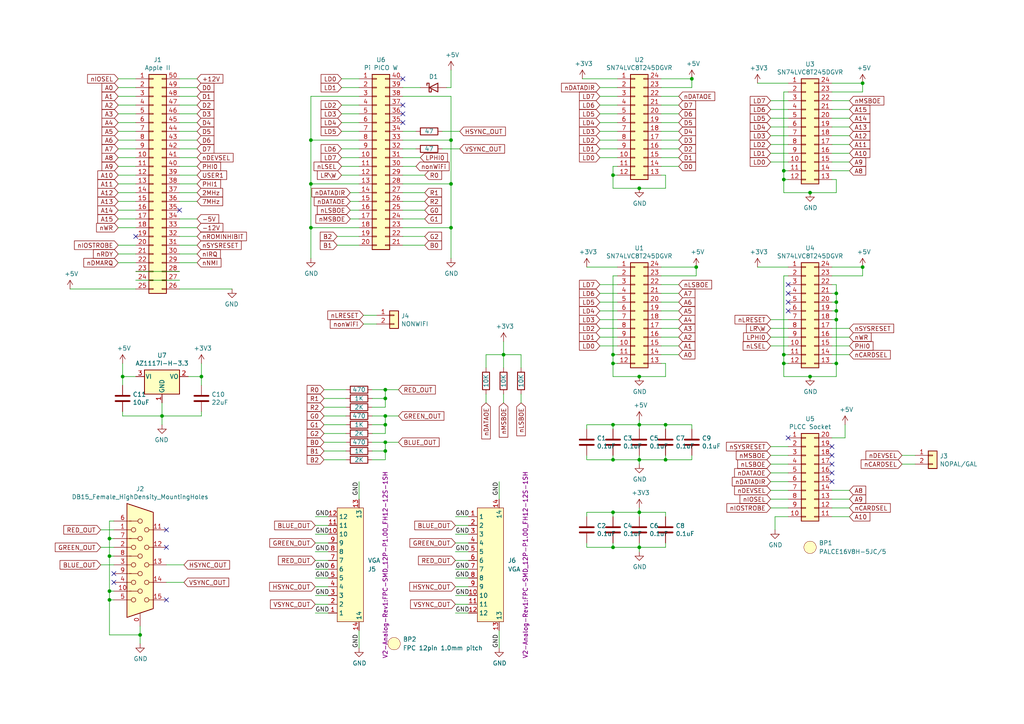
<source format=kicad_sch>
(kicad_sch (version 20211123) (generator eeschema)
  (paper "A4")
  (junction (at 31.75 171.45))
  (junction (at 46.99 120.65))
  (junction (at 242.57 90.17))
  (junction (at 40.64 184.15))
  (junction (at 146.05 102.87))
  (junction (at 31.75 161.29))
  (junction (at 111.76 123.19))
  (junction (at 130.81 53.34))
  (junction (at 58.42 109.22))
  (junction (at 90.17 66.04))
  (junction (at 35.56 109.22))
  (junction (at 227.33 52.07))
  (junction (at 177.8 102.87))
  (junction (at 90.17 40.64))
  (junction (at 200.66 22.86))
  (junction (at 242.57 92.71))
  (junction (at 185.42 133.35))
  (junction (at 130.81 66.04))
  (junction (at 242.57 87.63))
  (junction (at 177.8 50.8))
  (junction (at 177.8 158.75))
  (junction (at 111.76 130.81))
  (junction (at 227.33 102.87))
  (junction (at 185.42 54.61))
  (junction (at 242.57 105.41))
  (junction (at 111.76 128.27))
  (junction (at 111.76 120.65))
  (junction (at 177.8 123.19))
  (junction (at 193.04 133.35))
  (junction (at 250.19 24.13))
  (junction (at 111.76 113.03))
  (junction (at 250.19 77.47))
  (junction (at 185.42 158.75))
  (junction (at 201.93 77.47))
  (junction (at 31.75 156.21))
  (junction (at 227.33 49.53))
  (junction (at 130.81 40.64))
  (junction (at 185.42 148.59))
  (junction (at 177.8 105.41))
  (junction (at 242.57 85.09))
  (junction (at 185.42 109.22))
  (junction (at 234.95 109.22))
  (junction (at 31.75 173.99))
  (junction (at 185.42 123.19))
  (junction (at 234.95 55.88))
  (junction (at 111.76 115.57))
  (junction (at 193.04 123.19))
  (junction (at 227.33 105.41))
  (junction (at 90.17 53.34))
  (junction (at 177.8 148.59))
  (junction (at 177.8 133.35))
  (no_connect (at 116.84 22.86))
  (no_connect (at 241.3 129.54))
  (no_connect (at 228.6 127))
  (no_connect (at 48.26 173.99))
  (no_connect (at 33.02 166.37))
  (no_connect (at 116.84 33.02))
  (no_connect (at 228.6 87.63))
  (no_connect (at 241.3 139.7))
  (no_connect (at 39.37 68.58))
  (no_connect (at 116.84 30.48))
  (no_connect (at 33.02 168.91))
  (no_connect (at 228.6 90.17))
  (no_connect (at 52.07 60.96))
  (no_connect (at 228.6 82.55))
  (no_connect (at 241.3 134.62))
  (no_connect (at 228.6 85.09))
  (no_connect (at 48.26 158.75))
  (no_connect (at 241.3 137.16))
  (no_connect (at 48.26 153.67))
  (no_connect (at 241.3 132.08))
  (no_connect (at 116.84 35.56))
  (wire (pts (xy 196.85 87.63) (xy 191.77 87.63)))
  (wire (pts (xy 116.84 50.8) (xy 123.19 50.8)))
  (wire (pts (xy 227.33 102.87) (xy 227.33 105.41)))
  (wire (pts (xy 31.75 151.13) (xy 31.75 156.21)))
  (wire (pts (xy 39.37 27.94) (xy 34.29 27.94)))
  (wire (pts (xy 52.07 30.48) (xy 57.15 30.48)))
  (wire (pts (xy 241.3 46.99) (xy 246.38 46.99)))
  (wire (pts (xy 105.41 93.98) (xy 109.22 93.98)))
  (wire (pts (xy 29.21 153.67) (xy 33.02 153.67)))
  (wire (pts (xy 90.17 66.04) (xy 90.17 74.93)))
  (wire (pts (xy 144.78 187.96) (xy 144.78 182.88)))
  (wire (pts (xy 241.3 31.75) (xy 246.38 31.75)))
  (wire (pts (xy 177.8 54.61) (xy 185.42 54.61)))
  (wire (pts (xy 57.15 22.86) (xy 52.07 22.86)))
  (wire (pts (xy 104.14 53.34) (xy 90.17 53.34)))
  (wire (pts (xy 224.79 153.67) (xy 224.79 149.86)))
  (wire (pts (xy 115.57 120.65) (xy 111.76 120.65)))
  (wire (pts (xy 53.34 168.91) (xy 48.26 168.91)))
  (wire (pts (xy 99.06 45.72) (xy 104.14 45.72)))
  (wire (pts (xy 35.56 119.38) (xy 35.56 120.65)))
  (wire (pts (xy 170.18 148.59) (xy 177.8 148.59)))
  (wire (pts (xy 90.17 66.04) (xy 104.14 66.04)))
  (wire (pts (xy 224.79 149.86) (xy 228.6 149.86)))
  (wire (pts (xy 31.75 173.99) (xy 31.75 184.15)))
  (wire (pts (xy 39.37 66.04) (xy 34.29 66.04)))
  (wire (pts (xy 191.77 77.47) (xy 201.93 77.47)))
  (wire (pts (xy 177.8 109.22) (xy 185.42 109.22)))
  (wire (pts (xy 104.14 187.96) (xy 104.14 182.88)))
  (wire (pts (xy 34.29 33.02) (xy 39.37 33.02)))
  (wire (pts (xy 93.98 128.27) (xy 100.33 128.27)))
  (wire (pts (xy 100.33 113.03) (xy 93.98 113.03)))
  (wire (pts (xy 144.78 139.7) (xy 144.78 144.78)))
  (wire (pts (xy 170.18 77.47) (xy 179.07 77.47)))
  (wire (pts (xy 58.42 109.22) (xy 58.42 105.41)))
  (wire (pts (xy 67.31 83.82) (xy 52.07 83.82)))
  (wire (pts (xy 179.07 92.71) (xy 173.99 92.71)))
  (wire (pts (xy 246.38 44.45) (xy 241.3 44.45)))
  (wire (pts (xy 241.3 36.83) (xy 246.38 36.83)))
  (wire (pts (xy 185.42 133.35) (xy 185.42 134.62)))
  (wire (pts (xy 99.06 25.4) (xy 104.14 25.4)))
  (wire (pts (xy 146.05 106.68) (xy 146.05 102.87)))
  (wire (pts (xy 177.8 123.19) (xy 185.42 123.19)))
  (wire (pts (xy 193.04 123.19) (xy 200.66 123.19)))
  (wire (pts (xy 57.15 71.12) (xy 52.07 71.12)))
  (wire (pts (xy 241.3 147.32) (xy 246.38 147.32)))
  (wire (pts (xy 191.77 50.8) (xy 193.04 50.8)))
  (wire (pts (xy 227.33 80.01) (xy 227.33 102.87)))
  (wire (pts (xy 227.33 49.53) (xy 227.33 52.07)))
  (wire (pts (xy 177.8 48.26) (xy 177.8 50.8)))
  (wire (pts (xy 140.97 106.68) (xy 140.97 102.87)))
  (wire (pts (xy 52.07 25.4) (xy 57.15 25.4)))
  (wire (pts (xy 241.3 41.91) (xy 246.38 41.91)))
  (wire (pts (xy 93.98 120.65) (xy 100.33 120.65)))
  (wire (pts (xy 39.37 109.22) (xy 35.56 109.22)))
  (wire (pts (xy 193.04 157.48) (xy 193.04 158.75)))
  (wire (pts (xy 130.81 40.64) (xy 130.81 27.94)))
  (wire (pts (xy 241.3 149.86) (xy 246.38 149.86)))
  (wire (pts (xy 132.08 154.94) (xy 135.89 154.94)))
  (wire (pts (xy 170.18 158.75) (xy 177.8 158.75)))
  (wire (pts (xy 241.3 142.24) (xy 246.38 142.24)))
  (wire (pts (xy 99.06 43.18) (xy 104.14 43.18)))
  (wire (pts (xy 34.29 40.64) (xy 39.37 40.64)))
  (wire (pts (xy 201.93 80.01) (xy 201.93 77.47)))
  (wire (pts (xy 52.07 68.58) (xy 57.15 68.58)))
  (wire (pts (xy 173.99 100.33) (xy 179.07 100.33)))
  (wire (pts (xy 193.04 158.75) (xy 185.42 158.75)))
  (wire (pts (xy 104.14 58.42) (xy 101.6 58.42)))
  (wire (pts (xy 104.14 27.94) (xy 90.17 27.94)))
  (wire (pts (xy 91.44 172.72) (xy 95.25 172.72)))
  (wire (pts (xy 146.05 102.87) (xy 151.13 102.87)))
  (wire (pts (xy 242.57 90.17) (xy 242.57 92.71)))
  (wire (pts (xy 52.07 55.88) (xy 57.15 55.88)))
  (wire (pts (xy 57.15 35.56) (xy 52.07 35.56)))
  (wire (pts (xy 223.52 142.24) (xy 228.6 142.24)))
  (wire (pts (xy 242.57 92.71) (xy 242.57 105.41)))
  (wire (pts (xy 91.44 165.1) (xy 95.25 165.1)))
  (wire (pts (xy 111.76 130.81) (xy 111.76 128.27)))
  (wire (pts (xy 191.77 80.01) (xy 201.93 80.01)))
  (wire (pts (xy 241.3 29.21) (xy 246.38 29.21)))
  (wire (pts (xy 177.8 149.86) (xy 177.8 148.59)))
  (wire (pts (xy 52.07 63.5) (xy 57.15 63.5)))
  (wire (pts (xy 223.52 129.54) (xy 228.6 129.54)))
  (wire (pts (xy 223.52 137.16) (xy 228.6 137.16)))
  (wire (pts (xy 241.3 97.79) (xy 246.38 97.79)))
  (wire (pts (xy 123.19 68.58) (xy 116.84 68.58)))
  (wire (pts (xy 57.15 73.66) (xy 52.07 73.66)))
  (wire (pts (xy 196.85 40.64) (xy 191.77 40.64)))
  (wire (pts (xy 40.64 184.15) (xy 40.64 181.61)))
  (wire (pts (xy 177.8 50.8) (xy 177.8 54.61)))
  (wire (pts (xy 111.76 115.57) (xy 111.76 113.03)))
  (wire (pts (xy 111.76 118.11) (xy 111.76 115.57)))
  (wire (pts (xy 185.42 123.19) (xy 185.42 121.92)))
  (wire (pts (xy 104.14 71.12) (xy 97.79 71.12)))
  (wire (pts (xy 191.77 90.17) (xy 196.85 90.17)))
  (wire (pts (xy 33.02 156.21) (xy 31.75 156.21)))
  (wire (pts (xy 52.07 53.34) (xy 57.15 53.34)))
  (wire (pts (xy 177.8 157.48) (xy 177.8 158.75)))
  (wire (pts (xy 91.44 160.02) (xy 95.25 160.02)))
  (wire (pts (xy 33.02 173.99) (xy 31.75 173.99)))
  (wire (pts (xy 132.08 160.02) (xy 135.89 160.02)))
  (wire (pts (xy 58.42 111.76) (xy 58.42 109.22)))
  (wire (pts (xy 179.07 105.41) (xy 177.8 105.41)))
  (wire (pts (xy 170.18 157.48) (xy 170.18 158.75)))
  (wire (pts (xy 223.52 134.62) (xy 228.6 134.62)))
  (wire (pts (xy 132.08 149.86) (xy 135.89 149.86)))
  (wire (pts (xy 52.07 58.42) (xy 57.15 58.42)))
  (wire (pts (xy 227.33 55.88) (xy 234.95 55.88)))
  (wire (pts (xy 191.77 35.56) (xy 196.85 35.56)))
  (wire (pts (xy 115.57 113.03) (xy 111.76 113.03)))
  (wire (pts (xy 179.07 97.79) (xy 173.99 97.79)))
  (wire (pts (xy 185.42 123.19) (xy 193.04 123.19)))
  (wire (pts (xy 140.97 114.3) (xy 140.97 116.84)))
  (wire (pts (xy 91.44 149.86) (xy 95.25 149.86)))
  (wire (pts (xy 196.85 48.26) (xy 191.77 48.26)))
  (wire (pts (xy 170.18 133.35) (xy 177.8 133.35)))
  (wire (pts (xy 179.07 40.64) (xy 173.99 40.64)))
  (wire (pts (xy 93.98 133.35) (xy 100.33 133.35)))
  (wire (pts (xy 97.79 68.58) (xy 104.14 68.58)))
  (wire (pts (xy 185.42 132.08) (xy 185.42 133.35)))
  (wire (pts (xy 179.07 80.01) (xy 177.8 80.01)))
  (wire (pts (xy 228.6 105.41) (xy 227.33 105.41)))
  (wire (pts (xy 33.02 151.13) (xy 31.75 151.13)))
  (wire (pts (xy 179.07 33.02) (xy 173.99 33.02)))
  (wire (pts (xy 241.3 49.53) (xy 246.38 49.53)))
  (wire (pts (xy 111.76 128.27) (xy 115.57 128.27)))
  (wire (pts (xy 46.99 123.19) (xy 46.99 120.65)))
  (wire (pts (xy 177.8 133.35) (xy 185.42 133.35)))
  (wire (pts (xy 116.84 43.18) (xy 120.65 43.18)))
  (wire (pts (xy 128.27 38.1) (xy 133.35 38.1)))
  (wire (pts (xy 177.8 80.01) (xy 177.8 102.87)))
  (wire (pts (xy 191.77 38.1) (xy 196.85 38.1)))
  (wire (pts (xy 177.8 124.46) (xy 177.8 123.19)))
  (wire (pts (xy 100.33 118.11) (xy 93.98 118.11)))
  (wire (pts (xy 242.57 82.55) (xy 242.57 85.09)))
  (wire (pts (xy 173.99 30.48) (xy 179.07 30.48)))
  (wire (pts (xy 179.07 35.56) (xy 173.99 35.56)))
  (wire (pts (xy 228.6 49.53) (xy 227.33 49.53)))
  (wire (pts (xy 91.44 170.18) (xy 95.25 170.18)))
  (wire (pts (xy 57.15 27.94) (xy 52.07 27.94)))
  (wire (pts (xy 241.3 80.01) (xy 250.19 80.01)))
  (wire (pts (xy 46.99 120.65) (xy 46.99 116.84)))
  (wire (pts (xy 223.52 31.75) (xy 228.6 31.75)))
  (wire (pts (xy 200.66 123.19) (xy 200.66 124.46)))
  (wire (pts (xy 241.3 87.63) (xy 242.57 87.63)))
  (wire (pts (xy 228.6 80.01) (xy 227.33 80.01)))
  (wire (pts (xy 242.57 105.41) (xy 242.57 109.22)))
  (wire (pts (xy 116.84 45.72) (xy 121.92 45.72)))
  (wire (pts (xy 90.17 53.34) (xy 90.17 66.04)))
  (wire (pts (xy 107.95 115.57) (xy 111.76 115.57)))
  (wire (pts (xy 191.77 105.41) (xy 193.04 105.41)))
  (wire (pts (xy 223.52 139.7) (xy 228.6 139.7)))
  (wire (pts (xy 39.37 45.72) (xy 34.29 45.72)))
  (wire (pts (xy 168.91 22.86) (xy 179.07 22.86)))
  (wire (pts (xy 52.07 45.72) (xy 57.15 45.72)))
  (wire (pts (xy 191.77 97.79) (xy 196.85 97.79)))
  (wire (pts (xy 179.07 48.26) (xy 177.8 48.26)))
  (wire (pts (xy 241.3 90.17) (xy 242.57 90.17)))
  (wire (pts (xy 107.95 130.81) (xy 111.76 130.81)))
  (wire (pts (xy 228.6 29.21) (xy 223.52 29.21)))
  (wire (pts (xy 228.6 36.83) (xy 223.52 36.83)))
  (wire (pts (xy 170.18 124.46) (xy 170.18 123.19)))
  (wire (pts (xy 250.19 26.67) (xy 250.19 24.13)))
  (wire (pts (xy 173.99 85.09) (xy 179.07 85.09)))
  (wire (pts (xy 196.85 45.72) (xy 191.77 45.72)))
  (wire (pts (xy 48.26 163.83) (xy 53.34 163.83)))
  (wire (pts (xy 200.66 25.4) (xy 200.66 22.86)))
  (wire (pts (xy 107.95 125.73) (xy 111.76 125.73)))
  (wire (pts (xy 261.62 134.62) (xy 265.43 134.62)))
  (wire (pts (xy 39.37 81.28) (xy 52.07 81.28)))
  (wire (pts (xy 193.04 105.41) (xy 193.04 109.22)))
  (wire (pts (xy 31.75 171.45) (xy 31.75 173.99)))
  (wire (pts (xy 57.15 40.64) (xy 52.07 40.64)))
  (wire (pts (xy 185.42 157.48) (xy 185.42 158.75)))
  (wire (pts (xy 223.52 39.37) (xy 228.6 39.37)))
  (wire (pts (xy 90.17 40.64) (xy 90.17 53.34)))
  (wire (pts (xy 121.92 25.4) (xy 116.84 25.4)))
  (wire (pts (xy 173.99 82.55) (xy 179.07 82.55)))
  (wire (pts (xy 185.42 158.75) (xy 185.42 160.02)))
  (wire (pts (xy 33.02 161.29) (xy 31.75 161.29)))
  (wire (pts (xy 99.06 35.56) (xy 104.14 35.56)))
  (wire (pts (xy 132.08 162.56) (xy 135.89 162.56)))
  (wire (pts (xy 177.8 158.75) (xy 185.42 158.75)))
  (wire (pts (xy 241.3 85.09) (xy 242.57 85.09)))
  (wire (pts (xy 242.57 85.09) (xy 242.57 87.63)))
  (wire (pts (xy 179.07 50.8) (xy 177.8 50.8)))
  (wire (pts (xy 191.77 27.94) (xy 196.85 27.94)))
  (wire (pts (xy 39.37 30.48) (xy 34.29 30.48)))
  (wire (pts (xy 57.15 43.18) (xy 52.07 43.18)))
  (wire (pts (xy 109.22 91.44) (xy 105.41 91.44)))
  (wire (pts (xy 185.42 148.59) (xy 185.42 147.32)))
  (wire (pts (xy 132.08 172.72) (xy 135.89 172.72)))
  (wire (pts (xy 228.6 52.07) (xy 227.33 52.07)))
  (wire (pts (xy 104.14 33.02) (xy 99.06 33.02)))
  (wire (pts (xy 228.6 100.33) (xy 223.52 100.33)))
  (wire (pts (xy 223.52 92.71) (xy 228.6 92.71)))
  (wire (pts (xy 31.75 161.29) (xy 31.75 171.45)))
  (wire (pts (xy 104.14 30.48) (xy 99.06 30.48)))
  (wire (pts (xy 52.07 33.02) (xy 57.15 33.02)))
  (wire (pts (xy 107.95 123.19) (xy 111.76 123.19)))
  (wire (pts (xy 91.44 154.94) (xy 95.25 154.94)))
  (wire (pts (xy 246.38 95.25) (xy 241.3 95.25)))
  (wire (pts (xy 173.99 38.1) (xy 179.07 38.1)))
  (wire (pts (xy 173.99 43.18) (xy 179.07 43.18)))
  (wire (pts (xy 241.3 52.07) (xy 242.57 52.07)))
  (wire (pts (xy 193.04 149.86) (xy 193.04 148.59)))
  (wire (pts (xy 191.77 100.33) (xy 196.85 100.33)))
  (wire (pts (xy 130.81 53.34) (xy 130.81 40.64)))
  (wire (pts (xy 151.13 102.87) (xy 151.13 106.68)))
  (wire (pts (xy 52.07 48.26) (xy 57.15 48.26)))
  (wire (pts (xy 29.21 158.75) (xy 33.02 158.75)))
  (wire (pts (xy 93.98 115.57) (xy 100.33 115.57)))
  (wire (pts (xy 33.02 163.83) (xy 29.21 163.83)))
  (wire (pts (xy 52.07 66.04) (xy 57.15 66.04)))
  (wire (pts (xy 177.8 102.87) (xy 177.8 105.41)))
  (wire (pts (xy 35.56 120.65) (xy 46.99 120.65)))
  (wire (pts (xy 132.08 167.64) (xy 135.89 167.64)))
  (wire (pts (xy 245.11 127) (xy 241.3 127)))
  (wire (pts (xy 33.02 171.45) (xy 31.75 171.45)))
  (wire (pts (xy 246.38 144.78) (xy 241.3 144.78)))
  (wire (pts (xy 223.52 132.08) (xy 228.6 132.08)))
  (wire (pts (xy 34.29 25.4) (xy 39.37 25.4)))
  (wire (pts (xy 219.71 77.47) (xy 228.6 77.47)))
  (wire (pts (xy 185.42 133.35) (xy 193.04 133.35)))
  (wire (pts (xy 241.3 77.47) (xy 250.19 77.47)))
  (wire (pts (xy 39.37 71.12) (xy 34.29 71.12)))
  (wire (pts (xy 242.57 87.63) (xy 242.57 90.17)))
  (wire (pts (xy 170.18 149.86) (xy 170.18 148.59)))
  (wire (pts (xy 185.42 148.59) (xy 193.04 148.59)))
  (wire (pts (xy 123.19 71.12) (xy 116.84 71.12)))
  (wire (pts (xy 241.3 82.55) (xy 242.57 82.55)))
  (wire (pts (xy 242.57 55.88) (xy 234.95 55.88)))
  (wire (pts (xy 52.07 38.1) (xy 57.15 38.1)))
  (wire (pts (xy 130.81 66.04) (xy 130.81 53.34)))
  (wire (pts (xy 170.18 123.19) (xy 177.8 123.19)))
  (wire (pts (xy 104.14 48.26) (xy 99.06 48.26)))
  (wire (pts (xy 185.42 124.46) (xy 185.42 123.19)))
  (wire (pts (xy 116.84 53.34) (xy 130.81 53.34)))
  (wire (pts (xy 123.19 60.96) (xy 116.84 60.96)))
  (wire (pts (xy 200.66 133.35) (xy 200.66 132.08)))
  (wire (pts (xy 196.85 95.25) (xy 191.77 95.25)))
  (wire (pts (xy 31.75 184.15) (xy 40.64 184.15)))
  (wire (pts (xy 223.52 34.29) (xy 228.6 34.29)))
  (wire (pts (xy 116.84 48.26) (xy 120.65 48.26)))
  (wire (pts (xy 100.33 123.19) (xy 93.98 123.19)))
  (wire (pts (xy 132.08 152.4) (xy 135.89 152.4)))
  (wire (pts (xy 173.99 45.72) (xy 179.07 45.72)))
  (wire (pts (xy 35.56 109.22) (xy 35.56 105.41)))
  (wire (pts (xy 129.54 25.4) (xy 130.81 25.4)))
  (wire (pts (xy 39.37 38.1) (xy 34.29 38.1)))
  (wire (pts (xy 191.77 25.4) (xy 200.66 25.4)))
  (wire (pts (xy 177.8 148.59) (xy 185.42 148.59)))
  (wire (pts (xy 123.19 55.88) (xy 116.84 55.88)))
  (wire (pts (xy 228.6 97.79) (xy 223.52 97.79)))
  (wire (pts (xy 196.85 33.02) (xy 191.77 33.02)))
  (wire (pts (xy 191.77 22.86) (xy 200.66 22.86)))
  (wire (pts (xy 91.44 167.64) (xy 95.25 167.64)))
  (wire (pts (xy 246.38 34.29) (xy 241.3 34.29)))
  (wire (pts (xy 111.76 120.65) (xy 107.95 120.65)))
  (wire (pts (xy 179.07 90.17) (xy 173.99 90.17)))
  (wire (pts (xy 58.42 120.65) (xy 46.99 120.65)))
  (wire (pts (xy 223.52 41.91) (xy 228.6 41.91)))
  (wire (pts (xy 193.04 132.08) (xy 193.04 133.35)))
  (wire (pts (xy 104.14 139.7) (xy 104.14 144.78)))
  (wire (pts (xy 34.29 50.8) (xy 39.37 50.8)))
  (wire (pts (xy 241.3 26.67) (xy 250.19 26.67)))
  (wire (pts (xy 111.76 113.03) (xy 107.95 113.03)))
  (wire (pts (xy 104.14 55.88) (xy 101.6 55.88)))
  (wire (pts (xy 116.84 40.64) (xy 130.81 40.64)))
  (wire (pts (xy 227.33 26.67) (xy 227.33 49.53)))
  (wire (pts (xy 91.44 175.26) (xy 95.25 175.26)))
  (wire (pts (xy 228.6 26.67) (xy 227.33 26.67)))
  (wire (pts (xy 132.08 165.1) (xy 135.89 165.1)))
  (wire (pts (xy 39.37 60.96) (xy 34.29 60.96)))
  (wire (pts (xy 91.44 157.48) (xy 95.25 157.48)))
  (wire (pts (xy 185.42 149.86) (xy 185.42 148.59)))
  (wire (pts (xy 130.81 27.94) (xy 116.84 27.94)))
  (wire (pts (xy 179.07 25.4) (xy 173.99 25.4)))
  (wire (pts (xy 35.56 111.76) (xy 35.56 109.22)))
  (wire (pts (xy 104.14 40.64) (xy 90.17 40.64)))
  (wire (pts (xy 146.05 114.3) (xy 146.05 116.84)))
  (wire (pts (xy 223.52 147.32) (xy 228.6 147.32)))
  (wire (pts (xy 179.07 87.63) (xy 173.99 87.63)))
  (wire (pts (xy 116.84 66.04) (xy 130.81 66.04)))
  (wire (pts (xy 227.33 109.22) (xy 234.95 109.22)))
  (wire (pts (xy 241.3 100.33) (xy 246.38 100.33)))
  (wire (pts (xy 132.08 177.8) (xy 135.89 177.8)))
  (wire (pts (xy 91.44 152.4) (xy 95.25 152.4)))
  (wire (pts (xy 107.95 128.27) (xy 111.76 128.27)))
  (wire (pts (xy 177.8 132.08) (xy 177.8 133.35)))
  (wire (pts (xy 54.61 109.22) (xy 58.42 109.22)))
  (wire (pts (xy 31.75 156.21) (xy 31.75 161.29)))
  (wire (pts (xy 191.77 82.55) (xy 196.85 82.55)))
  (wire (pts (xy 245.11 123.19) (xy 245.11 127)))
  (wire (pts (xy 191.77 85.09) (xy 196.85 85.09)))
  (wire (pts (xy 177.8 105.41) (xy 177.8 109.22)))
  (wire (pts (xy 39.37 43.18) (xy 34.29 43.18)))
  (wire (pts (xy 91.44 162.56) (xy 95.25 162.56)))
  (wire (pts (xy 191.77 43.18) (xy 196.85 43.18)))
  (wire (pts (xy 104.14 50.8) (xy 99.06 50.8)))
  (wire (pts (xy 132.08 157.48) (xy 135.89 157.48)))
  (wire (pts (xy 196.85 102.87) (xy 191.77 102.87)))
  (wire (pts (xy 132.08 170.18) (xy 135.89 170.18)))
  (wire (pts (xy 111.76 120.65) (xy 111.76 123.19)))
  (wire (pts (xy 93.98 125.73) (xy 100.33 125.73)))
  (wire (pts (xy 241.3 105.41) (xy 242.57 105.41)))
  (wire (pts (xy 107.95 133.35) (xy 111.76 133.35)))
  (wire (pts (xy 173.99 95.25) (xy 179.07 95.25)))
  (wire (pts (xy 130.81 25.4) (xy 130.81 20.32)))
  (wire (pts (xy 242.57 109.22) (xy 234.95 109.22)))
  (wire (pts (xy 146.05 99.06) (xy 146.05 102.87)))
  (wire (pts (xy 90.17 27.94) (xy 90.17 40.64)))
  (wire (pts (xy 133.35 43.18) (xy 128.27 43.18)))
  (wire (pts (xy 130.81 66.04) (xy 130.81 74.93)))
  (wire (pts (xy 193.04 133.35) (xy 200.66 133.35)))
  (wire (pts (xy 265.43 132.08) (xy 261.62 132.08)))
  (wire (pts (xy 34.29 48.26) (xy 39.37 48.26)))
  (wire (pts (xy 40.64 186.69) (xy 40.64 184.15)))
  (wire (pts (xy 241.3 92.71) (xy 242.57 92.71)))
  (wire (pts (xy 242.57 52.07) (xy 242.57 55.88)))
  (wire (pts (xy 104.14 38.1) (xy 99.06 38.1)))
  (wire (pts (xy 191.77 92.71) (xy 196.85 92.71)))
  (wire (pts (xy 34.29 22.86) (xy 39.37 22.86)))
  (wire (pts (xy 250.19 80.01) (xy 250.19 77.47)))
  (wire (pts (xy 39.37 76.2) (xy 34.29 76.2)))
  (wire (pts (xy 151.13 114.3) (xy 151.13 116.84)))
  (wire (pts (xy 39.37 35.56) (xy 34.29 35.56)))
  (wire (pts (xy 193.04 109.22) (xy 185.42 109.22)))
  (wire (pts (xy 116.84 58.42) (xy 123.19 58.42)))
  (wire (pts (xy 39.37 78.74) (xy 52.07 78.74)))
  (wire (pts (xy 193.04 54.61) (xy 185.42 54.61)))
  (wire (pts (xy 52.07 50.8) (xy 57.15 50.8)))
  (wire (pts (xy 111.76 123.19) (xy 111.76 125.73)))
  (wire (pts (xy 58.42 119.38) (xy 58.42 120.65)))
  (wire (pts (xy 107.95 118.11) (xy 111.76 118.11)))
  (wire (pts (xy 39.37 53.34) (xy 34.29 53.34)))
  (wire (pts (xy 179.07 27.94) (xy 173.99 27.94)))
  (wire (pts (xy 34.29 55.88) (xy 39.37 55.88)))
  (wire (pts (xy 241.3 102.87) (xy 246.38 102.87)))
  (wire (pts (xy 34.29 58.42) (xy 39.37 58.42)))
  (wire (pts (xy 20.32 83.82) (xy 39.37 83.82)))
  (wire (pts (xy 191.77 30.48) (xy 196.85 30.48)))
  (wire (pts (xy 193.04 124.46) (xy 193.04 123.19)))
  (wire (pts (xy 116.84 38.1) (xy 120.65 38.1)))
  (wire (pts (xy 227.33 52.07) (xy 227.33 55.88)))
  (wire (pts (xy 91.44 177.8) (xy 95.25 177.8)))
  (wire (pts (xy 228.6 44.45) (xy 223.52 44.45)))
  (wire (pts (xy 140.97 102.87) (xy 146.05 102.87)))
  (wire (pts (xy 179.07 102.87) (xy 177.8 102.87)))
  (wire (pts (xy 241.3 24.13) (xy 250.19 24.13)))
  (wire (pts (xy 39.37 73.66) (xy 34.29 73.66)))
  (wire (pts (xy 34.29 63.5) (xy 39.37 63.5)))
  (wire (pts (xy 104.14 63.5) (xy 101.6 63.5)))
  (wire (pts (xy 228.6 144.78) (xy 223.52 144.78)))
  (wire (pts (xy 241.3 39.37) (xy 246.38 39.37)))
  (wire (pts (xy 116.84 63.5) (xy 123.19 63.5)))
  (wire (pts (xy 104.14 22.86) (xy 99.06 22.86)))
  (wire (pts (xy 228.6 95.25) (xy 223.52 95.25)))
  (wire (pts (xy 170.18 132.08) (xy 170.18 133.35)))
  (wire (pts (xy 228.6 102.87) (xy 227.33 102.87)))
  (wire (pts (xy 132.08 175.26) (xy 135.89 175.26)))
  (wire (pts (xy 223.52 46.99) (xy 228.6 46.99)))
  (wire (pts (xy 104.14 60.96) (xy 101.6 60.96)))
  (wire (pts (xy 100.33 130.81) (xy 93.98 130.81)))
  (wire (pts (xy 219.71 24.13) (xy 228.6 24.13)))
  (wire (pts (xy 57.15 76.2) (xy 52.07 76.2)))
  (wire (pts (xy 193.04 50.8) (xy 193.04 54.61)))
  (wire (pts (xy 227.33 105.41) (xy 227.33 109.22)))
  (wire (pts (xy 111.76 133.35) (xy 111.76 130.81)))
  (label "GND" (at 144.78 187.96 90))
  (label "GND" (at 132.08 149.86 0))
  (label "GND" (at 132.08 160.02 0))
  (label "GND" (at 104.14 187.96 90))
  (label "GND" (at 91.44 172.72 0))
  (label "GND" (at 132.08 165.1 0))
  (label "GND" (at 132.08 167.64 0))
  (label "GND" (at 91.44 177.8 0))
  (label "GND" (at 91.44 154.94 0))
  (label "GND" (at 104.14 139.7 270))
  (label "GND" (at 91.44 165.1 0))
  (label "GND" (at 91.44 160.02 0))
  (label "GND" (at 91.44 149.86 0))
  (label "GND" (at 132.08 154.94 0))
  (label "GND" (at 91.44 167.64 0))
  (label "GND" (at 132.08 172.72 0))
  (label "GND" (at 144.78 139.7 270))
  (label "GND" (at 132.08 177.8 0))
  (global_label "D6" (shape input) (at 196.85 33.02 0) (property "Intersheet References" "${INTERSHEET_REFS}" (effects hide)))
  (global_label "LD7" (shape input) (at 173.99 82.55 180) (property "Intersheet References" "${INTERSHEET_REFS}" (effects hide)))
  (global_label "nMSBOE" (shape input) (at 101.6 63.5 180) (property "Intersheet References" "${INTERSHEET_REFS}" (effects hide)))
  (global_label "A4" (shape input) (at 196.85 92.71 0) (property "Intersheet References" "${INTERSHEET_REFS}" (effects hide)))
  (global_label "A14" (shape input) (at 34.29 60.96 180) (property "Intersheet References" "${INTERSHEET_REFS}" (effects hide)))
  (global_label "A4" (shape input) (at 34.29 35.56 180) (property "Intersheet References" "${INTERSHEET_REFS}" (effects hide)))
  (global_label "LD6" (shape input) (at 99.06 43.18 180) (property "Intersheet References" "${INTERSHEET_REFS}" (effects hide)))
  (global_label "nDATAOE" (shape input) (at 101.6 58.42 180) (property "Intersheet References" "${INTERSHEET_REFS}" (effects hide)))
  (global_label "A13" (shape input) (at 34.29 58.42 180) (property "Intersheet References" "${INTERSHEET_REFS}" (effects hide)))
  (global_label "RED_OUT" (shape input) (at 29.21 153.67 180) (property "Intersheet References" "${INTERSHEET_REFS}" (effects hide)))
  (global_label "D7" (shape input) (at 196.85 30.48 0) (property "Intersheet References" "${INTERSHEET_REFS}" (effects hide)))
  (global_label "LPHI0" (shape input) (at 121.92 45.72 0) (property "Intersheet References" "${INTERSHEET_REFS}" (effects hide)))
  (global_label "R1" (shape input) (at 93.98 115.57 180) (property "Intersheet References" "${INTERSHEET_REFS}" (effects hide)))
  (global_label "nDATADIR" (shape input) (at 101.6 55.88 180) (property "Intersheet References" "${INTERSHEET_REFS}" (effects hide)))
  (global_label "LD2" (shape input) (at 99.06 30.48 180) (property "Intersheet References" "${INTERSHEET_REFS}" (effects hide)))
  (global_label "nMSBOE" (shape input) (at 246.38 29.21 0) (property "Intersheet References" "${INTERSHEET_REFS}" (effects hide)))
  (global_label "LD2" (shape input) (at 173.99 40.64 180) (property "Intersheet References" "${INTERSHEET_REFS}" (effects hide)))
  (global_label "A9" (shape input) (at 246.38 144.78 0) (property "Intersheet References" "${INTERSHEET_REFS}" (effects hide)))
  (global_label "LD0" (shape input) (at 99.06 22.86 180) (property "Intersheet References" "${INTERSHEET_REFS}" (effects hide)))
  (global_label "LD3" (shape input) (at 173.99 92.71 180) (property "Intersheet References" "${INTERSHEET_REFS}" (effects hide)))
  (global_label "-5V" (shape input) (at 57.15 63.5 0) (property "Intersheet References" "${INTERSHEET_REFS}" (effects hide)))
  (global_label "G1" (shape input) (at 93.98 123.19 180) (property "Intersheet References" "${INTERSHEET_REFS}" (effects hide)))
  (global_label "A7" (shape input) (at 34.29 43.18 180) (property "Intersheet References" "${INTERSHEET_REFS}" (effects hide)))
  (global_label "nSYSRESET" (shape input) (at 246.38 95.25 0) (property "Intersheet References" "${INTERSHEET_REFS}" (effects hide)))
  (global_label "G2" (shape input) (at 123.19 68.58 0) (property "Intersheet References" "${INTERSHEET_REFS}" (effects hide)))
  (global_label "GREEN_OUT" (shape input) (at 132.08 157.48 180) (property "Intersheetrefs" "${INTERSHEET_REFS}" (effects hide)))
  (global_label "LD4" (shape input) (at 173.99 90.17 180) (property "Intersheet References" "${INTERSHEET_REFS}" (effects hide)))
  (global_label "A15" (shape input) (at 246.38 31.75 0) (property "Intersheet References" "${INTERSHEET_REFS}" (effects hide)))
  (global_label "A1" (shape input) (at 34.29 27.94 180) (property "Intersheet References" "${INTERSHEET_REFS}" (effects hide)))
  (global_label "BLUE_OUT" (shape input) (at 132.08 152.4 180) (property "Intersheetrefs" "${INTERSHEET_REFS}" (effects hide)))
  (global_label "RED_OUT" (shape input) (at 132.08 162.56 180) (property "Intersheetrefs" "${INTERSHEET_REFS}" (effects hide)))
  (global_label "nIOSTROBE" (shape input) (at 223.52 147.32 180) (property "Intersheet References" "${INTERSHEET_REFS}" (effects hide)))
  (global_label "VSYNC_OUT" (shape input) (at 133.35 43.18 0) (property "Intersheet References" "${INTERSHEET_REFS}" (effects hide)))
  (global_label "A13" (shape input) (at 246.38 36.83 0) (property "Intersheet References" "${INTERSHEET_REFS}" (effects hide)))
  (global_label "R0" (shape input) (at 93.98 113.03 180) (property "Intersheet References" "${INTERSHEET_REFS}" (effects hide)))
  (global_label "HSYNC_OUT" (shape input) (at 133.35 38.1 0) (property "Intersheet References" "${INTERSHEET_REFS}" (effects hide)))
  (global_label "VSYNC_OUT" (shape input) (at 53.34 168.91 0) (property "Intersheet References" "${INTERSHEET_REFS}" (effects hide)))
  (global_label "USER1" (shape input) (at 57.15 50.8 0) (property "Intersheet References" "${INTERSHEET_REFS}" (effects hide)))
  (global_label "D3" (shape input) (at 57.15 33.02 0) (property "Intersheet References" "${INTERSHEET_REFS}" (effects hide)))
  (global_label "LD4" (shape input) (at 223.52 36.83 180) (property "Intersheet References" "${INTERSHEET_REFS}" (effects hide)))
  (global_label "A3" (shape input) (at 34.29 33.02 180) (property "Intersheet References" "${INTERSHEET_REFS}" (effects hide)))
  (global_label "D0" (shape input) (at 57.15 25.4 0) (property "Intersheet References" "${INTERSHEET_REFS}" (effects hide)))
  (global_label "A12" (shape input) (at 246.38 39.37 0) (property "Intersheet References" "${INTERSHEET_REFS}" (effects hide)))
  (global_label "D5" (shape input) (at 196.85 35.56 0) (property "Intersheet References" "${INTERSHEET_REFS}" (effects hide)))
  (global_label "G1" (shape input) (at 123.19 63.5 0) (property "Intersheet References" "${INTERSHEET_REFS}" (effects hide)))
  (global_label "LD3" (shape input) (at 173.99 38.1 180) (property "Intersheet References" "${INTERSHEET_REFS}" (effects hide)))
  (global_label "D7" (shape input) (at 57.15 43.18 0) (property "Intersheet References" "${INTERSHEET_REFS}" (effects hide)))
  (global_label "G0" (shape input) (at 123.19 60.96 0) (property "Intersheet References" "${INTERSHEET_REFS}" (effects hide)))
  (global_label "A11" (shape input) (at 246.38 41.91 0) (property "Intersheet References" "${INTERSHEET_REFS}" (effects hide)))
  (global_label "nonWiFi" (shape input) (at 120.65 48.26 0) (property "Intersheet References" "${INTERSHEET_REFS}" (effects hide)))
  (global_label "-12V" (shape input) (at 57.15 66.04 0) (property "Intersheet References" "${INTERSHEET_REFS}" (effects hide)))
  (global_label "GREEN_OUT" (shape input) (at 115.57 120.65 0) (property "Intersheet References" "${INTERSHEET_REFS}" (effects hide)))
  (global_label "nDATADIR" (shape input) (at 173.99 25.4 180) (property "Intersheet References" "${INTERSHEET_REFS}" (effects hide)))
  (global_label "LD7" (shape input) (at 99.06 45.72 180) (property "Intersheet References" "${INTERSHEET_REFS}" (effects hide)))
  (global_label "D1" (shape input) (at 196.85 45.72 0) (property "Intersheet References" "${INTERSHEET_REFS}" (effects hide)))
  (global_label "PHI0" (shape input) (at 57.15 48.26 0) (property "Intersheet References" "${INTERSHEET_REFS}" (effects hide)))
  (global_label "A6" (shape input) (at 196.85 87.63 0) (property "Intersheet References" "${INTERSHEET_REFS}" (effects hide)))
  (global_label "nSYSRESET" (shape input) (at 57.15 71.12 0) (property "Intersheet References" "${INTERSHEET_REFS}" (effects hide)))
  (global_label "LD5" (shape input) (at 173.99 87.63 180) (property "Intersheet References" "${INTERSHEET_REFS}" (effects hide)))
  (global_label "nDEVSEL" (shape input) (at 261.62 132.08 180) (property "Intersheet References" "${INTERSHEET_REFS}" (effects hide)))
  (global_label "A0" (shape input) (at 196.85 102.87 0) (property "Intersheet References" "${INTERSHEET_REFS}" (effects hide)))
  (global_label "A9" (shape input) (at 34.29 48.26 180) (property "Intersheet References" "${INTERSHEET_REFS}" (effects hide)))
  (global_label "nCARDSEL" (shape input) (at 246.38 102.87 0) (property "Intersheet References" "${INTERSHEET_REFS}" (effects hide)))
  (global_label "nRDY" (shape input) (at 34.29 73.66 180) (property "Intersheet References" "${INTERSHEET_REFS}" (effects hide)))
  (global_label "VSYNC_OUT" (shape input) (at 91.44 175.26 180) (property "Intersheetrefs" "${INTERSHEET_REFS}" (effects hide)))
  (global_label "LD3" (shape input) (at 223.52 39.37 180) (property "Intersheet References" "${INTERSHEET_REFS}" (effects hide)))
  (global_label "BLUE_OUT" (shape input) (at 29.21 163.83 180) (property "Intersheet References" "${INTERSHEET_REFS}" (effects hide)))
  (global_label "RED_OUT" (shape input) (at 91.44 162.56 180) (property "Intersheetrefs" "${INTERSHEET_REFS}" (effects hide)))
  (global_label "BLUE_OUT" (shape input) (at 91.44 152.4 180) (property "Intersheetrefs" "${INTERSHEET_REFS}" (effects hide)))
  (global_label "LD7" (shape input) (at 223.52 29.21 180) (property "Intersheet References" "${INTERSHEET_REFS}" (effects hide)))
  (global_label "G0" (shape input) (at 93.98 120.65 180) (property "Intersheet References" "${INTERSHEET_REFS}" (effects hide)))
  (global_label "LD4" (shape input) (at 99.06 35.56 180) (property "Intersheet References" "${INTERSHEET_REFS}" (effects hide)))
  (global_label "nLSBOE" (shape input) (at 151.13 116.84 270) (property "Intersheet References" "${INTERSHEET_REFS}" (effects hide)))
  (global_label "nonWiFi" (shape input) (at 105.41 93.98 180) (property "Intersheet References" "${INTERSHEET_REFS}" (effects hide)))
  (global_label "R2" (shape input) (at 93.98 118.11 180) (property "Intersheet References" "${INTERSHEET_REFS}" (effects hide)))
  (global_label "nDEVSEL" (shape input) (at 57.15 45.72 0) (property "Intersheet References" "${INTERSHEET_REFS}" (effects hide)))
  (global_label "A14" (shape input) (at 246.38 34.29 0) (property "Intersheet References" "${INTERSHEET_REFS}" (effects hide)))
  (global_label "LD5" (shape input) (at 173.99 33.02 180) (property "Intersheet References" "${INTERSHEET_REFS}" (effects hide)))
  (global_label "nIOSEL" (shape input) (at 223.52 144.78 180) (property "Intersheet References" "${INTERSHEET_REFS}" (effects hide)))
  (global_label "A0" (shape input) (at 34.29 25.4 180) (property "Intersheet References" "${INTERSHEET_REFS}" (effects hide)))
  (global_label "LD0" (shape input) (at 173.99 100.33 180) (property "Intersheet References" "${INTERSHEET_REFS}" (effects hide)))
  (global_label "nDEVSEL" (shape input) (at 223.52 142.24 180) (property "Intersheet References" "${INTERSHEET_REFS}" (effects hide)))
  (global_label "+12V" (shape input) (at 57.15 22.86 0) (property "Intersheet References" "${INTERSHEET_REFS}" (effects hide)))
  (global_label "LD5" (shape input) (at 223.52 34.29 180) (property "Intersheet References" "${INTERSHEET_REFS}" (effects hide)))
  (global_label "nLRESET" (shape input) (at 105.41 91.44 180) (property "Intersheet References" "${INTERSHEET_REFS}" (effects hide)))
  (global_label "B2" (shape input) (at 97.79 68.58 180) (property "Intersheet References" "${INTERSHEET_REFS}" (effects hide)))
  (global_label "A8" (shape input) (at 246.38 49.53 0) (property "Intersheet References" "${INTERSHEET_REFS}" (effects hide)))
  (global_label "nLSBOE" (shape input) (at 223.52 134.62 180) (property "Intersheet References" "${INTERSHEET_REFS}" (effects hide)))
  (global_label "HSYNC_OUT" (shape input) (at 132.08 170.18 180) (property "Intersheetrefs" "${INTERSHEET_REFS}" (effects hide)))
  (global_label "nDATAOE" (shape input) (at 223.52 137.16 180) (property "Intersheet References" "${INTERSHEET_REFS}" (effects hide)))
  (global_label "nWR" (shape input) (at 246.38 97.79 0) (property "Intersheet References" "${INTERSHEET_REFS}" (effects hide)))
  (global_label "B0" (shape input) (at 123.19 71.12 0) (property "Intersheet References" "${INTERSHEET_REFS}" (effects hide)))
  (global_label "B1" (shape input) (at 93.98 130.81 180) (property "Intersheet References" "${INTERSHEET_REFS}" (effects hide)))
  (global_label "A2" (shape input) (at 34.29 30.48 180) (property "Intersheet References" "${INTERSHEET_REFS}" (effects hide)))
  (global_label "A5" (shape input) (at 34.29 38.1 180) (property "Intersheet References" "${INTERSHEET_REFS}" (effects hide)))
  (global_label "2MHz" (shape input) (at 57.15 55.88 0) (property "Intersheet References" "${INTERSHEET_REFS}" (effects hide)))
  (global_label "D4" (shape input) (at 196.85 38.1 0) (property "Intersheet References" "${INTERSHEET_REFS}" (effects hide)))
  (global_label "A12" (shape input) (at 34.29 55.88 180) (property "Intersheet References" "${INTERSHEET_REFS}" (effects hide)))
  (global_label "LD0" (shape input) (at 223.52 46.99 180) (property "Intersheet References" "${INTERSHEET_REFS}" (effects hide)))
  (global_label "A10" (shape input) (at 246.38 149.86 0) (property "Intersheet References" "${INTERSHEET_REFS}" (effects hide)))
  (global_label "nLRESET" (shape input) (at 223.52 92.71 180) (property "Intersheet References" "${INTERSHEET_REFS}" (effects hide)))
  (global_label "BLUE_OUT" (shape input) (at 115.57 128.27 0) (property "Intersheet References" "${INTERSHEET_REFS}" (effects hide)))
  (global_label "7MHz" (shape input) (at 57.15 58.42 0) (property "Intersheet References" "${INTERSHEET_REFS}" (effects hide)))
  (global_label "LD6" (shape input) (at 223.52 31.75 180) (property "Intersheet References" "${INTERSHEET_REFS}" (effects hide)))
  (global_label "nSYSRESET" (shape input) (at 223.52 129.54 180) (property "Intersheet References" "${INTERSHEET_REFS}" (effects hide)))
  (global_label "nDATADIR" (shape input) (at 223.52 139.7 180) (property "Intersheet References" "${INTERSHEET_REFS}" (effects hide)))
  (global_label "nLSBOE" (shape input) (at 196.85 82.55 0) (property "Intersheet References" "${INTERSHEET_REFS}" (effects hide)))
  (global_label "nIOSTROBE" (shape input) (at 34.29 71.12 180) (property "Intersheet References" "${INTERSHEET_REFS}" (effects hide)))
  (global_label "PHI0" (shape input) (at 246.38 100.33 0) (property "Intersheet References" "${INTERSHEET_REFS}" (effects hide)))
  (global_label "RED_OUT" (shape input) (at 115.57 113.03 0) (property "Intersheet References" "${INTERSHEET_REFS}" (effects hide)))
  (global_label "nMSBOE" (shape input) (at 223.52 132.08 180) (property "Intersheet References" "${INTERSHEET_REFS}" (effects hide)))
  (global_label "LD4" (shape input) (at 173.99 35.56 180) (property "Intersheet References" "${INTERSHEET_REFS}" (effects hide)))
  (global_label "A15" (shape input) (at 34.29 63.5 180) (property "Intersheet References" "${INTERSHEET_REFS}" (effects hide)))
  (global_label "D4" (shape input) (at 57.15 35.56 0) (property "Intersheet References" "${INTERSHEET_REFS}" (effects hide)))
  (global_label "D2" (shape input) (at 196.85 43.18 0) (property "Intersheet References" "${INTERSHEET_REFS}" (effects hide)))
  (global_label "A1" (shape input) (at 196.85 100.33 0) (property "Intersheet References" "${INTERSHEET_REFS}" (effects hide)))
  (global_label "A7" (shape input) (at 196.85 85.09 0) (property "Intersheet References" "${INTERSHEET_REFS}" (effects hide)))
  (global_label "LR\\W" (shape input) (at 223.52 95.25 180) (property "Intersheet References" "${INTERSHEET_REFS}" (effects hide)))
  (global_label "B0" (shape input) (at 93.98 128.27 180) (property "Intersheet References" "${INTERSHEET_REFS}" (effects hide)))
  (global_label "D1" (shape input) (at 57.15 27.94 0) (property "Intersheet References" "${INTERSHEET_REFS}" (effects hide)))
  (global_label "nLSEL" (shape input) (at 99.06 48.26 180) (property "Intersheet References" "${INTERSHEET_REFS}" (effects hide)))
  (global_label "GREEN_OUT" (shape input) (at 91.44 157.48 180) (property "Intersheetrefs" "${INTERSHEET_REFS}" (effects hide)))
  (global_label "A10" (shape input) (at 34.29 50.8 180) (property "Intersheet References" "${INTERSHEET_REFS}" (effects hide)))
  (global_label "LD2" (shape input) (at 223.52 41.91 180) (property "Intersheet References" "${INTERSHEET_REFS}" (effects hide)))
  (global_label "LD6" (shape input) (at 173.99 85.09 180) (property "Intersheet References" "${INTERSHEET_REFS}" (effects hide)))
  (global_label "nDATAOE" (shape input) (at 140.97 116.84 270) (property "Intersheet References" "${INTERSHEET_REFS}" (effects hide)))
  (global_label "nLSEL" (shape input) (at 223.52 100.33 180) (property "Intersheet References" "${INTERSHEET_REFS}" (effects hide)))
  (global_label "LD1" (shape input) (at 99.06 25.4 180) (property "Intersheet References" "${INTERSHEET_REFS}" (effects hide)))
  (global_label "A8" (shape input) (at 34.29 45.72 180) (property "Intersheet References" "${INTERSHEET_REFS}" (effects hide)))
  (global_label "nDMARQ" (shape input) (at 34.29 76.2 180) (property "Intersheet References" "${INTERSHEET_REFS}" (effects hide)))
  (global_label "nIRQ" (shape input) (at 57.15 73.66 0) (property "Intersheet References" "${INTERSHEET_REFS}" (effects hide)))
  (global_label "A6" (shape input) (at 34.29 40.64 180) (property "Intersheet References" "${INTERSHEET_REFS}" (effects hide)))
  (global_label "nMSBOE" (shape input) (at 146.05 116.84 270) (property "Intersheet References" "${INTERSHEET_REFS}" (effects hide)))
  (global_label "LD6" (shape input) (at 173.99 30.48 180) (property "Intersheet References" "${INTERSHEET_REFS}" (effects hide)))
  (global_label "A9" (shape input) (at 246.38 46.99 0) (property "Intersheet References" "${INTERSHEET_REFS}" (effects hide)))
  (global_label "D0" (shape input) (at 196.85 48.26 0) (property "Intersheet References" "${INTERSHEET_REFS}" (effects hide)))
  (global_label "HSYNC_OUT" (shape input) (at 53.34 163.83 0) (property "Intersheet References" "${INTERSHEET_REFS}" (effects hide)))
  (global_label "LD1" (shape input) (at 223.52 44.45 180) (property "Intersheet References" "${INTERSHEET_REFS}" (effects hide)))
  (global_label "D3" (shape input) (at 196.85 40.64 0) (property "Intersheet References" "${INTERSHEET_REFS}" (effects hide)))
  (global_label "R1" (shape input) (at 123.19 55.88 0) (property "Intersheet References" "${INTERSHEET_REFS}" (effects hide)))
  (global_label "nWR" (shape input) (at 34.29 66.04 180) (property "Intersheet References" "${INTERSHEET_REFS}" (effects hide)))
  (global_label "D5" (shape input) (at 57.15 38.1 0) (property "Intersheet References" "${INTERSHEET_REFS}" (effects hide)))
  (global_label "nCARDSEL" (shape input) (at 246.38 147.32 0) (property "Intersheet References" "${INTERSHEET_REFS}" (effects hide)))
  (global_label "LD0" (shape input) (at 173.99 45.72 180) (property "Intersheet References" "${INTERSHEET_REFS}" (effects hide)))
  (global_label "LD5" (shape input) (at 99.06 38.1 180) (property "Intersheet References" "${INTERSHEET_REFS}" (effects hide)))
  (global_label "LD3" (shape input) (at 99.06 33.02 180) (property "Intersheet References" "${INTERSHEET_REFS}" (effects hide)))
  (global_label "R2" (shape input) (at 123.19 58.42 0) (property "Intersheet References" "${INTERSHEET_REFS}" (effects hide)))
  (global_label "G2" (shape input) (at 93.98 125.73 180) (property "Intersheet References" "${INTERSHEET_REFS}" (effects hide)))
  (global_label "B1" (shape input) (at 97.79 71.12 180) (property "Intersheet References" "${INTERSHEET_REFS}" (effects hide)))
  (global_label "R0" (shape input) (at 123.19 50.8 0) (property "Intersheet References" "${INTERSHEET_REFS}" (effects hide)))
  (global_label "LR\\W" (shape input) (at 99.06 50.8 180) (property "Intersheet References" "${INTERSHEET_REFS}" (effects hide)))
  (global_label "D2" (shape input) (at 57.15 30.48 0) (property "Intersheet References" "${INTERSHEET_REFS}" (effects hide)))
  (global_label "nDATAOE" (shape input) (at 196.85 27.94 0) (property "Intersheet References" "${INTERSHEET_REFS}" (effects hide)))
  (global_label "PHI1" (shape input) (at 57.15 53.34 0) (property "Intersheet References" "${INTERSHEET_REFS}" (effects hide)))
  (global_label "B2" (shape input) (at 93.98 133.35 180) (property "Intersheet References" "${INTERSHEET_REFS}" (effects hide)))
  (global_label "A2" (shape input) (at 196.85 97.79 0) (property "Intersheet References" "${INTERSHEET_REFS}" (effects hide)))
  (global_label "GREEN_OUT" (shape input) (at 29.21 158.75 180) (property "Intersheet References" "${INTERSHEET_REFS}" (effects hide)))
  (global_label "A5" (shape input) (at 196.85 90.17 0) (property "Intersheet References" "${INTERSHEET_REFS}" (effects hide)))
  (global_label "LD1" (shape input) (at 173.99 97.79 180) (property "Intersheet References" "${INTERSHEET_REFS}" (effects hide)))
  (global_label "nLSBOE" (shape input) (at 101.6 60.96 180) (property "Intersheet References" "${INTERSHEET_REFS}" (effects hide)))
  (global_label "nROMINHIBIT" (shape input) (at 57.15 68.58 0) (property "Intersheet References" "${INTERSHEET_REFS}" (effects hide)))
  (global_label "A8" (shape input) (at 246.38 142.24 0) (property "Intersheet References" "${INTERSHEET_REFS}" (effects hide)))
  (global_label "D6" (shape input) (at 57.15 40.64 0) (property "Intersheet References" "${INTERSHEET_REFS}" (effects hide)))
  (global_label "A10" (shape input) (at 246.38 44.45 0) (property "Intersheet References" "${INTERSHEET_REFS}" (effects hide)))
  (global_label "VSYNC_OUT" (shape input) (at 132.08 175.26 180) (property "Intersheetrefs" "${INTERSHEET_REFS}" (effects hide)))
  (global_label "LD1" (shape input) (at 173.99 43.18 180) (property "Intersheet References" "${INTERSHEET_REFS}" (effects hide)))
  (global_label "nNMI" (shape input) (at 57.15 76.2 0) (property "Intersheet References" "${INTERSHEET_REFS}" (effects hide)))
  (global_label "A11" (shape input) (at 34.29 53.34 180) (property "Intersheet References" "${INTERSHEET_REFS}" (effects hide)))
  (global_label "A3" (shape input) (at 196.85 95.25 0) (property "Intersheet References" "${INTERSHEET_REFS}" (effects hide)))
  (global_label "nCARDSEL" (shape input) (at 261.62 134.62 180) (property "Intersheet References" "${INTERSHEET_REFS}" (effects hide)))
  (global_label "LPHI0" (shape input) (at 223.52 97.79 180) (property "Intersheet References" "${INTERSHEET_REFS}" (effects hide)))
  (global_label "HSYNC_OUT" (shape input) (at 91.44 170.18 180) (property "Intersheetrefs" "${INTERSHEET_REFS}" (effects hide)))
  (global_label "LD2" (shape input) (at 173.99 95.25 180) (property "Intersheet References" "${INTERSHEET_REFS}" (effects hide)))
  (global_label "LD7" (shape input) (at 173.99 27.94 180) (property "Intersheet References" "${INTERSHEET_REFS}" (effects hide)))
  (global_label "nIOSEL" (shape input) (at 34.29 22.86 180) (property "Intersheet References" "${INTERSHEET_REFS}" (effects hide)))
  (symbol (lib_name "GND_13") (lib_id "power:GND") (at 67.31 83.82 0) (mirror y) (unit 1)
    (property "Reference" "#PWR02" (effects hide))
    (property "Value" "GND" (at 67.183 88.2142 0))
  )
  (symbol (lib_name "+5V_5") (lib_id "power:+5V") (at 20.32 83.82 0) (unit 1)
    (property "Reference" "#PWR01" (effects hide))
    (property "Value" "+5V" (at 20.701 79.4258 0))
  )
  (symbol (lib_id "Connector_Generic:Conn_02x25_Counter_Clockwise") (at 44.45 53.34 0) (unit 1) (in_bom no)
    (property "Reference" "J1" (at 45.72 17.3482 0))
    (property "Value" "Apple II" (at 45.72 19.6596 0))
    (property "Footprint" "EDGECARD:AppleII" (effects hide))
  )
  (symbol (lib_name "GND_12") (lib_id "power:GND") (at 90.17 74.93 0) (unit 1)
    (property "Reference" "#PWR03" (effects hide))
    (property "Value" "GND" (at 90.297 79.3242 0))
  )
  (symbol (lib_id "V2-Analog-Rev1-rescue:+3.3V-power") (at 185.42 147.32 0) (unit 1)
    (property "Reference" "#PWR09" (effects hide))
    (property "Value" "+3.3V" (at 185.801 142.9258 0))
  )
  (symbol (lib_id "Connector_Generic:Conn_02x12_Counter_Clockwise") (at 184.15 35.56 0) (unit 1)
    (property "Reference" "U2" (at 185.42 17.3482 0))
    (property "Value" "SN74LVC8T245DGVR" (at 185.42 19.6596 0))
    (property "Footprint" "Package_SO:TSSOP-24_4.4x5mm_P0.4mm" (effects hide))
    (property "Datasheet" "https://www.ti.com/lit/ds/sces584b/sces584b.pdf" (effects hide))
    (property "Description" "IC TRANSLATION TXRX 5.5V 24TVSOP" (effects hide))
    (property "LCSC" "C364886" (effects hide))
    (property "MPN" "SN74LVC8T245DGVR" (effects hide))
    (property "Manufacturer" "Texas Instruments" (effects hide))
    (property "PN_DigiKey" "296-19287-1-ND" (effects hide))
    (property "PN_Mouser" "595-SN74LVC8T245DGVR" (effects hide))
  )
  (symbol (lib_id "Connector_Generic:Conn_02x12_Counter_Clockwise") (at 184.15 90.17 0) (unit 1)
    (property "Reference" "U1" (at 185.42 71.9582 0))
    (property "Value" "SN74LVC8T245DGVR" (at 185.42 74.2696 0))
    (property "Footprint" "Package_SO:TSSOP-24_4.4x5mm_P0.4mm" (effects hide))
    (property "Datasheet" "https://www.ti.com/lit/ds/sces584b/sces584b.pdf" (effects hide))
    (property "Description" "IC TRANSLATION TXRX 5.5V 24TVSOP" (effects hide))
    (property "LCSC" "C364886" (effects hide))
    (property "MPN" "SN74LVC8T245DGVR" (effects hide))
    (property "Manufacturer" "Texas Instruments" (effects hide))
    (property "PN_DigiKey" "296-19287-1-ND" (effects hide))
    (property "PN_Mouser" "595-SN74LVC8T245DGVR" (effects hide))
  )
  (symbol (lib_id "Connector_Generic:Conn_02x12_Counter_Clockwise") (at 233.68 36.83 0) (unit 1)
    (property "Reference" "U3" (at 234.95 18.6182 0))
    (property "Value" "SN74LVC8T245DGVR" (at 234.95 20.9296 0))
    (property "Footprint" "Package_SO:TSSOP-24_4.4x5mm_P0.4mm" (effects hide))
    (property "Datasheet" "https://www.ti.com/lit/ds/sces584b/sces584b.pdf" (effects hide))
    (property "Description" "IC TRANSLATION TXRX 5.5V 24TVSOP" (effects hide))
    (property "LCSC" "C364886" (effects hide))
    (property "MPN" "SN74LVC8T245DGVR" (effects hide))
    (property "Manufacturer" "Texas Instruments" (effects hide))
    (property "PN_DigiKey" "296-19287-1-ND" (effects hide))
    (property "PN_Mouser" "595-SN74LVC8T245DGVR" (effects hide))
  )
  (symbol (lib_id "Connector_Generic:Conn_02x12_Counter_Clockwise") (at 233.68 90.17 0) (unit 1)
    (property "Reference" "U4" (at 234.95 71.9582 0))
    (property "Value" "SN74LVC8T245DGVR" (at 234.95 74.2696 0))
    (property "Footprint" "Package_SO:TSSOP-24_4.4x5mm_P0.4mm" (effects hide))
    (property "Datasheet" "https://www.ti.com/lit/ds/sces584b/sces584b.pdf" (effects hide))
    (property "Description" "IC TRANSLATION TXRX 5.5V 24TVSOP" (effects hide))
    (property "LCSC" "C364886" (effects hide))
    (property "MPN" "SN74LVC8T245DGVR" (effects hide))
    (property "Manufacturer" "Texas Instruments" (effects hide))
    (property "PN_DigiKey" "296-19287-1-ND" (effects hide))
    (property "PN_Mouser" "595-SN74LVC8T245DGVR" (effects hide))
  )
  (symbol (lib_name "+5V_6") (lib_id "power:+5V") (at 200.66 22.86 0) (unit 1)
    (property "Reference" "#PWR015" (effects hide))
    (property "Value" "+5V" (at 201.041 18.4658 0))
  )
  (symbol (lib_name "+5V_3") (lib_id "power:+5V") (at 201.93 77.47 0) (unit 1)
    (property "Reference" "#PWR016" (effects hide))
    (property "Value" "+5V" (at 202.311 73.0758 0))
  )
  (symbol (lib_name "+5V_7") (lib_id "power:+5V") (at 250.19 24.13 0) (unit 1)
    (property "Reference" "#PWR023" (effects hide))
    (property "Value" "+5V" (at 250.571 19.7358 0))
  )
  (symbol (lib_name "+5V_2") (lib_id "power:+5V") (at 250.19 77.47 0) (unit 1)
    (property "Reference" "#PWR024" (effects hide))
    (property "Value" "+5V" (at 250.571 73.0758 0))
  )
  (symbol (lib_name "GND_10") (lib_id "power:GND") (at 185.42 109.22 0) (unit 1)
    (property "Reference" "#PWR014" (effects hide))
    (property "Value" "GND" (at 185.547 113.6142 0))
  )
  (symbol (lib_name "GND_9") (lib_id "power:GND") (at 234.95 109.22 0) (unit 1)
    (property "Reference" "#PWR021" (effects hide))
    (property "Value" "GND" (at 235.077 113.6142 0))
  )
  (symbol (lib_name "GND_15") (lib_id "power:GND") (at 234.95 55.88 0) (unit 1)
    (property "Reference" "#PWR020" (effects hide))
    (property "Value" "GND" (at 235.077 60.2742 0))
  )
  (symbol (lib_name "GND_14") (lib_id "power:GND") (at 185.42 54.61 0) (unit 1)
    (property "Reference" "#PWR013" (effects hide))
    (property "Value" "GND" (at 185.547 59.0042 0))
  )
  (symbol (lib_id "Device:R") (at 146.05 110.49 180) (unit 1)
    (property "Reference" "R13" (effects hide))
    (property "Value" "10K" (at 146.05 110.49 90))
    (property "Footprint" "Resistor_SMD:R_0603_1608Metric_Pad0.98x0.95mm_HandSolder" (effects hide))
    (property "Datasheet" "https://industrial.panasonic.com/cdbs/www-data/pdf/RDA0000/AOA0000C304.pdf" (effects hide))
    (property "Description" "RES SMD 10K OHM 1% 1/10W 0603" (effects hide))
    (property "LCSC" "C191124" (effects hide))
    (property "MPN" "ERJ-3EKF1002V" (effects hide))
    (property "Manufacturer" "Panasonic Electronic Components" (effects hide))
    (property "PN_DigiKey" "P10.0KHCT-ND" (effects hide))
    (property "PN_Mouser" "667-ERJ-3EKF1002V" (effects hide))
  )
  (symbol (lib_id "Device:R") (at 151.13 110.49 180) (unit 1)
    (property "Reference" "R14" (effects hide))
    (property "Value" "10K" (at 151.13 110.49 90))
    (property "Footprint" "Resistor_SMD:R_0603_1608Metric_Pad0.98x0.95mm_HandSolder" (effects hide))
    (property "Datasheet" "https://industrial.panasonic.com/cdbs/www-data/pdf/RDA0000/AOA0000C304.pdf" (effects hide))
    (property "Description" "RES SMD 10K OHM 1% 1/10W 0603" (effects hide))
    (property "LCSC" "C191124" (effects hide))
    (property "MPN" "ERJ-3EKF1002V" (effects hide))
    (property "Manufacturer" "Panasonic Electronic Components" (effects hide))
    (property "PN_DigiKey" "P10.0KHCT-ND" (effects hide))
    (property "PN_Mouser" "667-ERJ-3EKF1002V" (effects hide))
  )
  (symbol (lib_id "Device:R") (at 140.97 110.49 180) (unit 1)
    (property "Reference" "R12" (effects hide))
    (property "Value" "10K" (at 140.97 110.49 90))
    (property "Footprint" "Resistor_SMD:R_0603_1608Metric_Pad0.98x0.95mm_HandSolder" (effects hide))
    (property "Datasheet" "https://industrial.panasonic.com/cdbs/www-data/pdf/RDA0000/AOA0000C304.pdf" (effects hide))
    (property "Description" "RES SMD 10K OHM 1% 1/10W 0603" (effects hide))
    (property "LCSC" "C191124" (effects hide))
    (property "MPN" "ERJ-3EKF1002V" (effects hide))
    (property "Manufacturer" "Panasonic Electronic Components" (effects hide))
    (property "PN_DigiKey" "P10.0KHCT-ND" (effects hide))
    (property "PN_Mouser" "667-ERJ-3EKF1002V" (effects hide))
  )
  (symbol (lib_id "Device:R") (at 104.14 133.35 90) (unit 1)
    (property "Reference" "R9" (effects hide))
    (property "Value" "2K" (at 104.14 133.35 90))
    (property "Footprint" "Resistor_SMD:R_0402_1005Metric_Pad0.72x0.64mm_HandSolder" (effects hide))
    (property "Datasheet" "https://industrial.panasonic.com/cdbs/www-data/pdf/RDA0000/AOA0000C304.pdf" (effects hide))
    (property "Description" "RES SMD 2K OHM 1% 1/10W 0402" (effects hide))
    (property "LCSC" "C413086" (effects hide))
    (property "MPN" "ERJ-2RKF2001X" (effects hide))
    (property "Manufacturer" "Panasonic Electronic Components" (effects hide))
    (property "PN_DigiKey" "P2.00KLCT-ND" (effects hide))
    (property "PN_Mouser" "667-ERJ-2RKF2001X" (effects hide))
  )
  (symbol (lib_id "Device:C") (at 193.04 153.67 0) (unit 1)
    (property "Reference" "C8" (at 195.961 152.5016 0) (effects (justify left)))
    (property "Value" "0.1uF" (at 195.961 154.813 0) (effects (justify left)))
    (property "Footprint" "Capacitor_SMD:C_0402_1005Metric_Pad0.74x0.62mm_HandSolder" (effects hide))
    (property "Datasheet" "https://datasheet.lcsc.com/lcsc/2304140030_Samsung-Electro-Mechanics-CL05B104KA5NNNC_C155422.pdf" (effects hide))
    (property "Description" "CAP CER 0.1UF 25V X7R 0402" (effects hide))
    (property "LCSC" "C155422" (effects hide))
    (property "MPN" "CL05B104KA5NNNC" (effects hide))
    (property "Manufacturer" "Samsung Electro-Mechanics" (effects hide))
    (property "PN_DigiKey" "1276-6720-1-ND" (effects hide))
    (property "PN_Mouser" "187-CL05B104KA5NNNC" (effects hide))
  )
  (symbol (lib_id "Device:C") (at 185.42 153.67 0) (unit 1)
    (property "Reference" "C6" (at 188.341 152.5016 0) (effects (justify left)))
    (property "Value" "0.1uF" (at 188.341 154.813 0) (effects (justify left)))
    (property "Footprint" "Capacitor_SMD:C_0402_1005Metric_Pad0.74x0.62mm_HandSolder" (effects hide))
    (property "Datasheet" "https://datasheet.lcsc.com/lcsc/2304140030_Samsung-Electro-Mechanics-CL05B104KA5NNNC_C155422.pdf" (effects hide))
    (property "Description" "CAP CER 0.1UF 25V X7R 0402" (effects hide))
    (property "LCSC" "C155422" (effects hide))
    (property "MPN" "CL05B104KA5NNNC" (effects hide))
    (property "Manufacturer" "Samsung Electro-Mechanics" (effects hide))
    (property "PN_DigiKey" "1276-6720-1-ND" (effects hide))
    (property "PN_Mouser" "187-CL05B104KA5NNNC" (effects hide))
  )
  (symbol (lib_id "Device:C") (at 177.8 153.67 0) (unit 1)
    (property "Reference" "C4" (at 180.721 152.5016 0) (effects (justify left)))
    (property "Value" "0.1uF" (at 180.721 154.813 0) (effects (justify left)))
    (property "Footprint" "Capacitor_SMD:C_0402_1005Metric_Pad0.74x0.62mm_HandSolder" (effects hide))
    (property "Datasheet" "https://datasheet.lcsc.com/lcsc/2304140030_Samsung-Electro-Mechanics-CL05B104KA5NNNC_C155422.pdf" (effects hide))
    (property "Description" "CAP CER 0.1UF 25V X7R 0402" (effects hide))
    (property "LCSC" "C155422" (effects hide))
    (property "MPN" "CL05B104KA5NNNC" (effects hide))
    (property "Manufacturer" "Samsung Electro-Mechanics" (effects hide))
    (property "PN_DigiKey" "1276-6720-1-ND" (effects hide))
    (property "PN_Mouser" "187-CL05B104KA5NNNC" (effects hide))
  )
  (symbol (lib_id "Device:C") (at 170.18 153.67 0) (unit 1)
    (property "Reference" "C2" (at 173.101 152.5016 0) (effects (justify left)))
    (property "Value" "0.1uF" (at 173.101 154.813 0) (effects (justify left)))
    (property "Footprint" "Capacitor_SMD:C_0402_1005Metric_Pad0.74x0.62mm_HandSolder" (effects hide))
    (property "Datasheet" "https://datasheet.lcsc.com/lcsc/2304140030_Samsung-Electro-Mechanics-CL05B104KA5NNNC_C155422.pdf" (effects hide))
    (property "Description" "CAP CER 0.1UF 25V X7R 0402" (effects hide))
    (property "LCSC" "C155422" (effects hide))
    (property "MPN" "CL05B104KA5NNNC" (effects hide))
    (property "Manufacturer" "Samsung Electro-Mechanics" (effects hide))
    (property "PN_DigiKey" "1276-6720-1-ND" (effects hide))
    (property "PN_Mouser" "187-CL05B104KA5NNNC" (effects hide))
  )
  (symbol (lib_id "Device:C") (at 193.04 128.27 0) (unit 1)
    (property "Reference" "C7" (at 195.961 127.1016 0) (effects (justify left)))
    (property "Value" "0.1uF" (at 195.961 129.413 0) (effects (justify left)))
    (property "Footprint" "Capacitor_SMD:C_0402_1005Metric_Pad0.74x0.62mm_HandSolder" (effects hide))
    (property "Datasheet" "https://datasheet.lcsc.com/lcsc/2304140030_Samsung-Electro-Mechanics-CL05B104KA5NNNC_C155422.pdf" (effects hide))
    (property "Description" "CAP CER 0.1UF 25V X7R 0402" (effects hide))
    (property "LCSC" "C155422" (effects hide))
    (property "MPN" "CL05B104KA5NNNC" (effects hide))
    (property "Manufacturer" "Samsung Electro-Mechanics" (effects hide))
    (property "PN_DigiKey" "1276-6720-1-ND" (effects hide))
    (property "PN_Mouser" "187-CL05B104KA5NNNC" (effects hide))
  )
  (symbol (lib_id "Device:C") (at 185.42 128.27 0) (unit 1)
    (property "Reference" "C5" (at 188.341 127.1016 0) (effects (justify left)))
    (property "Value" "0.1uF" (at 188.341 129.413 0) (effects (justify left)))
    (property "Footprint" "Capacitor_SMD:C_0402_1005Metric_Pad0.74x0.62mm_HandSolder" (effects hide))
    (property "Datasheet" "https://datasheet.lcsc.com/lcsc/2304140030_Samsung-Electro-Mechanics-CL05B104KA5NNNC_C155422.pdf" (effects hide))
    (property "Description" "CAP CER 0.1UF 25V X7R 0402" (effects hide))
    (property "LCSC" "C155422" (effects hide))
    (property "MPN" "CL05B104KA5NNNC" (effects hide))
    (property "Manufacturer" "Samsung Electro-Mechanics" (effects hide))
    (property "PN_DigiKey" "1276-6720-1-ND" (effects hide))
    (property "PN_Mouser" "187-CL05B104KA5NNNC" (effects hide))
  )
  (symbol (lib_id "Device:C") (at 177.8 128.27 0) (unit 1)
    (property "Reference" "C3" (at 180.721 127.1016 0) (effects (justify left)))
    (property "Value" "0.1uF" (at 180.721 129.413 0) (effects (justify left)))
    (property "Footprint" "Capacitor_SMD:C_0402_1005Metric_Pad0.74x0.62mm_HandSolder" (effects hide))
    (property "Datasheet" "https://datasheet.lcsc.com/lcsc/2304140030_Samsung-Electro-Mechanics-CL05B104KA5NNNC_C155422.pdf" (effects hide))
    (property "Description" "CAP CER 0.1UF 25V X7R 0402" (effects hide))
    (property "LCSC" "C155422" (effects hide))
    (property "MPN" "CL05B104KA5NNNC" (effects hide))
    (property "Manufacturer" "Samsung Electro-Mechanics" (effects hide))
    (property "PN_DigiKey" "1276-6720-1-ND" (effects hide))
    (property "PN_Mouser" "187-CL05B104KA5NNNC" (effects hide))
  )
  (symbol (lib_id "Device:C") (at 170.18 128.27 0) (unit 1)
    (property "Reference" "C1" (at 173.101 127.1016 0) (effects (justify left)))
    (property "Value" "0.1uF" (at 173.101 129.413 0) (effects (justify left)))
    (property "Footprint" "Capacitor_SMD:C_0402_1005Metric_Pad0.74x0.62mm_HandSolder" (effects hide))
    (property "Datasheet" "https://datasheet.lcsc.com/lcsc/2304140030_Samsung-Electro-Mechanics-CL05B104KA5NNNC_C155422.pdf" (effects hide))
    (property "Description" "CAP CER 0.1UF 25V X7R 0402" (effects hide))
    (property "LCSC" "C155422" (effects hide))
    (property "MPN" "CL05B104KA5NNNC" (effects hide))
    (property "Manufacturer" "Samsung Electro-Mechanics" (effects hide))
    (property "PN_DigiKey" "1276-6720-1-ND" (effects hide))
    (property "PN_Mouser" "187-CL05B104KA5NNNC" (effects hide))
  )
  (symbol (lib_id "Device:C") (at 200.66 128.27 0) (unit 1)
    (property "Reference" "C9" (at 203.581 127.1016 0) (effects (justify left)))
    (property "Value" "0.1uF" (at 203.581 129.413 0) (effects (justify left)))
    (property "Footprint" "Capacitor_SMD:C_0402_1005Metric_Pad0.74x0.62mm_HandSolder" (effects hide))
    (property "Datasheet" "https://datasheet.lcsc.com/lcsc/2304140030_Samsung-Electro-Mechanics-CL05B104KA5NNNC_C155422.pdf" (effects hide))
    (property "Description" "CAP CER 0.1UF 25V X7R 0402" (effects hide))
    (property "LCSC" "C155422" (effects hide))
    (property "MPN" "CL05B104KA5NNNC" (effects hide))
    (property "Manufacturer" "Samsung Electro-Mechanics" (effects hide))
    (property "PN_DigiKey" "1276-6720-1-ND" (effects hide))
    (property "PN_Mouser" "187-CL05B104KA5NNNC" (effects hide))
  )
  (symbol (lib_name "GND_8") (lib_id "power:GND") (at 185.42 134.62 0) (unit 1)
    (property "Reference" "#PWR08" (effects hide))
    (property "Value" "GND" (at 185.547 139.0142 0))
  )
  (symbol (lib_id "power:+5V") (at 185.42 121.92 0) (unit 1)
    (property "Reference" "#PWR07" (effects hide))
    (property "Value" "+5V" (at 185.801 117.5258 0))
  )
  (symbol (lib_name "GND_6") (lib_id "power:GND") (at 185.42 160.02 0) (unit 1)
    (property "Reference" "#PWR010" (effects hide))
    (property "Value" "GND" (at 185.547 164.4142 0))
  )
  (symbol (lib_id "Connector_Generic:Conn_01x02") (at 270.51 132.08 0) (unit 1) (in_bom no)
    (property "Reference" "J3" (at 272.542 132.2832 0) (effects (justify left)))
    (property "Value" "NOPAL/GAL" (at 272.542 134.5946 0) (effects (justify left)))
    (property "Footprint" "Jumper:SolderJumper-2_P1.3mm_Open_TrianglePad1.0x1.5mm" (effects hide))
  )
  (symbol (lib_id "Connector_Generic:Conn_02x20_Counter_Clockwise") (at 109.22 45.72 0) (unit 1)
    (property "Reference" "U6" (at 110.49 17.3482 0))
    (property "Value" "Pi PICO W" (at 110.49 19.6596 0))
    (property "Footprint" "Package_DIP:DIP-40_W16.51mm_SMDSocket_LongPads" (effects hide))
    (property "Datasheet" "https://datasheets.raspberrypi.com/picow/pico-w-datasheet.pdf" (effects hide))
    (property "Description" "RASPBERRY PI PICO W RP2040" (effects hide))
    (property "LCSC" "C7203003" (effects hide))
    (property "MPN" "SC0918" (effects hide))
    (property "Manufacturer" "Raspberry Pi" (effects hide))
    (property "PN_DigiKey" "2648-SC0918CT-ND" (effects hide))
    (property "PN_Mouser" "358-SC0918" (effects hide))
  )
  (symbol (lib_name "GND_7") (lib_id "power:GND") (at 224.79 153.67 0) (unit 1)
    (property "Reference" "#PWR019" (effects hide))
    (property "Value" "GND" (at 224.917 158.0642 0))
  )
  (symbol (lib_name "+3.3V-power_4") (lib_id "V2-Analog-Rev1-rescue:+3.3V-power") (at 168.91 22.86 0) (unit 1)
    (property "Reference" "#PWR011" (effects hide))
    (property "Value" "+3.3V" (at 169.291 18.4658 0))
  )
  (symbol (lib_name "+3.3V-power_5") (lib_id "V2-Analog-Rev1-rescue:+3.3V-power") (at 219.71 24.13 0) (unit 1)
    (property "Reference" "#PWR017" (effects hide))
    (property "Value" "+3.3V" (at 220.091 19.7358 0))
  )
  (symbol (lib_name "+3.3V-power_1") (lib_id "V2-Analog-Rev1-rescue:+3.3V-power") (at 219.71 77.47 0) (unit 1)
    (property "Reference" "#PWR018" (effects hide))
    (property "Value" "+3.3V" (at 220.091 73.0758 0))
  )
  (symbol (lib_name "+3.3V-power_2") (lib_id "V2-Analog-Rev1-rescue:+3.3V-power") (at 170.18 77.47 0) (unit 1)
    (property "Reference" "#PWR012" (effects hide))
    (property "Value" "+3.3V" (at 170.561 73.0758 0))
  )
  (symbol (lib_name "GND_11") (lib_id "power:GND") (at 130.81 74.93 0) (unit 1)
    (property "Reference" "#PWR05" (effects hide))
    (property "Value" "GND" (at 130.937 79.3242 0))
  )
  (symbol (lib_id "Device:D_Schottky") (at 125.73 25.4 0) (unit 1)
    (property "Reference" "D1" (at 125.73 22.225 0))
    (property "Value" "D_Schottky" (effects hide))
    (property "Footprint" "Diode_SMD:D_SMA_Handsoldering" (effects hide))
    (property "Datasheet" "https://datasheet.lcsc.com/lcsc/2308231034_MDD-Microdiode-Electronics--SS14F_C64880.pdf" (effects hide))
    (property "Description" "DIODE SCHOTTKY 40V 1A SMAF" (effects hide))
    (property "LCSC" "C64880" (effects hide))
    (property "MPN" "SS14F" (effects hide))
    (property "Manufacturer" "MDD (Microdiode Electronics)" (effects hide))
    (property "PN_DigiKey" "3372-SS14FTR-ND" (effects hide))
    (property "PN_Mouser" "833-SS14FL-TP" (effects hide))
  )
  (symbol (lib_id "Device:R") (at 124.46 38.1 90) (unit 1)
    (property "Reference" "R10" (effects hide))
    (property "Value" "47" (at 124.46 38.1 90))
    (property "Footprint" "Resistor_SMD:R_0402_1005Metric_Pad0.72x0.64mm_HandSolder" (effects hide))
    (property "Datasheet" "https://industrial.panasonic.com/cdbs/www-data/pdf/RDA0000/AOA0000C304.pdf" (effects hide))
    (property "Description" "RES SMD 47 OHM 1% 1/10W 0402" (effects hide))
    (property "LCSC" "C413056" (effects hide))
    (property "MPN" "ERJ-2RKF47R0X" (effects hide))
    (property "Manufacturer" "Panasonic Electronic Components" (effects hide))
    (property "PN_DigiKey" "P47.0LCT-ND" (effects hide))
    (property "PN_Mouser" "667-ERJ-2RKF47R0X" (effects hide))
  )
  (symbol (lib_id "Device:R") (at 124.46 43.18 90) (unit 1)
    (property "Reference" "R11" (effects hide))
    (property "Value" "47" (at 124.46 43.18 90))
    (property "Footprint" "Resistor_SMD:R_0402_1005Metric_Pad0.72x0.64mm_HandSolder" (effects hide))
    (property "Datasheet" "https://industrial.panasonic.com/cdbs/www-data/pdf/RDA0000/AOA0000C304.pdf" (effects hide))
    (property "Description" "RES SMD 47 OHM 1% 1/10W 0402" (effects hide))
    (property "LCSC" "C413056" (effects hide))
    (property "MPN" "ERJ-2RKF47R0X" (effects hide))
    (property "Manufacturer" "Panasonic Electronic Components" (effects hide))
    (property "PN_DigiKey" "P47.0LCT-ND" (effects hide))
    (property "PN_Mouser" "667-ERJ-2RKF47R0X" (effects hide))
  )
  (symbol (lib_id "Device:R") (at 104.14 130.81 90) (unit 1)
    (property "Reference" "R8" (effects hide))
    (property "Value" "1K" (at 104.14 130.81 90))
    (property "Footprint" "Resistor_SMD:R_0402_1005Metric_Pad0.72x0.64mm_HandSolder" (effects hide))
    (property "Datasheet" "https://industrial.panasonic.com/cdbs/www-data/pdf/RDA0000/AOA0000C304.pdf" (effects hide))
    (property "Description" "RES SMD 1K OHM 1% 1/10W 0402" (effects hide))
    (property "LCSC" "C242161" (effects hide))
    (property "MPN" "ERJ-2RKF1001X" (effects hide))
    (property "Manufacturer" "Panasonic Electronic Components" (effects hide))
    (property "PN_DigiKey" "P1.00KLCT-ND" (effects hide))
    (property "PN_Mouser" "667-ERJ-2RKF1001X" (effects hide))
  )
  (symbol (lib_id "Device:R") (at 104.14 128.27 90) (unit 1)
    (property "Reference" "R7" (effects hide))
    (property "Value" "470" (at 104.14 128.27 90))
    (property "Footprint" "Resistor_SMD:R_0402_1005Metric_Pad0.72x0.64mm_HandSolder" (effects hide))
    (property "Datasheet" "https://industrial.panasonic.com/cdbs/www-data/pdf/RDA0000/AOA0000C304.pdf" (effects hide))
    (property "Description" "RES SMD 470 OHM 1% 1/10W 0402" (effects hide))
    (property "LCSC" "C413076" (effects hide))
    (property "MPN" "ERJ-2RKF4700X" (effects hide))
    (property "Manufacturer" "Panasonic Electronic Components" (effects hide))
    (property "PN_DigiKey" "P470LCT-ND" (effects hide))
    (property "PN_Mouser" "667-ERJ-2RKF4700X" (effects hide))
  )
  (symbol (lib_id "Device:R") (at 104.14 125.73 90) (unit 1)
    (property "Reference" "R6" (effects hide))
    (property "Value" "2K" (at 104.14 125.73 90))
    (property "Footprint" "Resistor_SMD:R_0402_1005Metric_Pad0.72x0.64mm_HandSolder" (effects hide))
    (property "Datasheet" "https://industrial.panasonic.com/cdbs/www-data/pdf/RDA0000/AOA0000C304.pdf" (effects hide))
    (property "Description" "RES SMD 2K OHM 1% 1/10W 0402" (effects hide))
    (property "LCSC" "C413086" (effects hide))
    (property "MPN" "ERJ-2RKF2001X" (effects hide))
    (property "Manufacturer" "Panasonic Electronic Components" (effects hide))
    (property "PN_DigiKey" "P2.00KLCT-ND" (effects hide))
    (property "PN_Mouser" "667-ERJ-2RKF2001X" (effects hide))
  )
  (symbol (lib_id "Device:R") (at 104.14 123.19 90) (unit 1)
    (property "Reference" "R5" (effects hide))
    (property "Value" "1K" (at 104.14 123.19 90))
    (property "Footprint" "Resistor_SMD:R_0402_1005Metric_Pad0.72x0.64mm_HandSolder" (effects hide))
    (property "Datasheet" "https://industrial.panasonic.com/cdbs/www-data/pdf/RDA0000/AOA0000C304.pdf" (effects hide))
    (property "Description" "RES SMD 1K OHM 1% 1/10W 0402" (effects hide))
    (property "LCSC" "C242161" (effects hide))
    (property "MPN" "ERJ-2RKF1001X" (effects hide))
    (property "Manufacturer" "Panasonic Electronic Components" (effects hide))
    (property "PN_DigiKey" "P1.00KLCT-ND" (effects hide))
    (property "PN_Mouser" "667-ERJ-2RKF1001X" (effects hide))
  )
  (symbol (lib_id "Device:R") (at 104.14 120.65 90) (unit 1)
    (property "Reference" "R4" (effects hide))
    (property "Value" "470" (at 104.14 120.65 90))
    (property "Footprint" "Resistor_SMD:R_0402_1005Metric_Pad0.72x0.64mm_HandSolder" (effects hide))
    (property "Datasheet" "https://industrial.panasonic.com/cdbs/www-data/pdf/RDA0000/AOA0000C304.pdf" (effects hide))
    (property "Description" "RES SMD 470 OHM 1% 1/10W 0402" (effects hide))
    (property "LCSC" "C413076" (effects hide))
    (property "MPN" "ERJ-2RKF4700X" (effects hide))
    (property "Manufacturer" "Panasonic Electronic Components" (effects hide))
    (property "PN_DigiKey" "P470LCT-ND" (effects hide))
    (property "PN_Mouser" "667-ERJ-2RKF4700X" (effects hide))
  )
  (symbol (lib_id "Device:R") (at 104.14 118.11 90) (unit 1)
    (property "Reference" "R3" (effects hide))
    (property "Value" "2K" (at 104.14 118.11 90))
    (property "Footprint" "Resistor_SMD:R_0402_1005Metric_Pad0.72x0.64mm_HandSolder" (effects hide))
    (property "Datasheet" "https://industrial.panasonic.com/cdbs/www-data/pdf/RDA0000/AOA0000C304.pdf" (effects hide))
    (property "Description" "RES SMD 2K OHM 1% 1/10W 0402" (effects hide))
    (property "LCSC" "C413086" (effects hide))
    (property "MPN" "ERJ-2RKF2001X" (effects hide))
    (property "Manufacturer" "Panasonic Electronic Components" (effects hide))
    (property "PN_DigiKey" "P2.00KLCT-ND" (effects hide))
    (property "PN_Mouser" "667-ERJ-2RKF2001X" (effects hide))
  )
  (symbol (lib_id "Device:R") (at 104.14 115.57 90) (unit 1)
    (property "Reference" "R2" (effects hide))
    (property "Value" "1K" (at 104.14 115.57 90))
    (property "Footprint" "Resistor_SMD:R_0402_1005Metric_Pad0.72x0.64mm_HandSolder" (effects hide))
    (property "Datasheet" "https://industrial.panasonic.com/cdbs/www-data/pdf/RDA0000/AOA0000C304.pdf" (effects hide))
    (property "Description" "RES SMD 1K OHM 1% 1/10W 0402" (effects hide))
    (property "LCSC" "C242161" (effects hide))
    (property "MPN" "ERJ-2RKF1001X" (effects hide))
    (property "Manufacturer" "Panasonic Electronic Components" (effects hide))
    (property "PN_DigiKey" "P1.00KLCT-ND" (effects hide))
    (property "PN_Mouser" "667-ERJ-2RKF1001X" (effects hide))
  )
  (symbol (lib_id "Device:R") (at 104.14 113.03 90) (unit 1)
    (property "Reference" "R1" (effects hide))
    (property "Value" "470" (at 104.14 113.03 90))
    (property "Footprint" "Resistor_SMD:R_0402_1005Metric_Pad0.72x0.64mm_HandSolder" (effects hide))
    (property "Datasheet" "https://industrial.panasonic.com/cdbs/www-data/pdf/RDA0000/AOA0000C304.pdf" (effects hide))
    (property "Description" "RES SMD 470 OHM 1% 1/10W 0402" (effects hide))
    (property "LCSC" "C413076" (effects hide))
    (property "MPN" "ERJ-2RKF4700X" (effects hide))
    (property "Manufacturer" "Panasonic Electronic Components" (effects hide))
    (property "PN_DigiKey" "P470LCT-ND" (effects hide))
    (property "PN_Mouser" "667-ERJ-2RKF4700X" (effects hide))
  )
  (symbol (lib_name "+3.3V-power_3") (lib_id "V2-Analog-Rev1-rescue:+3.3V-power") (at 146.05 99.06 0) (unit 1)
    (property "Reference" "#PWR06" (effects hide))
    (property "Value" "+3.3V" (at 146.431 94.6658 0))
  )
  (symbol (lib_name "+5V_1") (lib_id "power:+5V") (at 245.11 123.19 0) (unit 1)
    (property "Reference" "#PWR022" (effects hide))
    (property "Value" "+5V" (at 245.491 118.7958 0))
  )
  (symbol (lib_id "V2-Analog-Rev1:DB15_Female_HighDensity_MountingHoles") (at 40.64 163.83 0) (unit 1)
    (property "Reference" "J2" (at 40.64 141.8082 0))
    (property "Value" "DB15_Female_HighDensity_MountingHoles" (at 40.64 144.1196 0))
    (property "Footprint" "V2-Analog-Rev1:DSUB-15-HD_Female_Horizontal_P2.29x1.98mm_EdgePinOffset3.03mm_Housed_MountingHolesOffset4.94mm" (effects hide))
    (property "Datasheet" "https://cdn.amphenol-cs.com/media/wysiwyg/files/drawing/l77hde15sd1ch4fvga.pdf" (effects hide))
    (property "Description" "CONN D-SUB HD RCPT 15P R/A SLDR" (effects hide))
    (property "LCSC" "C138387" (effects hide))
    (property "MPN" "L77HDE15SD1CH4FVGA" (effects hide))
    (property "Manufacturer" "Amphenol ICC (Commercial Products)" (effects hide))
    (property "PN_DigiKey" "L77HDE15SD1CH4FVGA-ND" (effects hide))
    (property "PN_Mouser" "523-7HDE15SD1CH4FVGA" (effects hide))
  )
  (symbol (lib_name "GND_4") (lib_id "power:GND") (at 40.64 186.69 0) (unit 1)
    (property "Reference" "#PWR0101" (effects hide))
    (property "Value" "GND" (at 40.767 191.0842 0))
  )
  (symbol (lib_id "Connector_Generic:Conn_02x10_Counter_Clockwise") (at 233.68 137.16 0) (unit 1)
    (property "Reference" "U5" (at 234.95 121.4882 0))
    (property "Value" "PLCC Socket" (at 234.95 123.7996 0))
    (property "Footprint" "V2-Analog-Rev1:A-CCS_020-Z-SM_SMD-Socket" (effects hide))
    (property "Datasheet" "http://www.assmann-wsw.com/uploads/datasheets/ASS_0142_CO.pdf" (effects hide))
    (property "Description" "CONN SOCKET PLCC 20POS TIN" (effects hide))
    (property "MPN" "A-CCS 020-Z-SM" (effects hide))
    (property "Manufacturer" "Assmann WSW Components" (effects hide))
    (property "LCSC" "C7058802" (effects hide))
    (property "PN_DigiKey" "AE11102-ND" (effects hide))
    (property "PN_Mouser" "517-8420-21B1-RK-TR" (effects hide))
  )
  (symbol (lib_id "Regulator_Linear:AP1117-33") (at 46.99 109.22 0) (unit 1)
    (property "Reference" "U7" (at 46.99 103.0732 0))
    (property "Value" "AZ1117I-H-3.3" (at 46.99 105.3846 0))
    (property "Footprint" "Package_TO_SOT_SMD:SOT-223-3_TabPin2" (effects hide))
    (property "Datasheet" "https://www.analog.com/media/en/technical-documentation/data-sheets/1117fd.pdf" (effects hide))
    (property "Description" "IC REG LINEAR 3.3V 1A SOT223" (effects hide))
    (property "LCSC" "C110474" (effects hide))
    (property "MPN" "AZ1117H-3.3TRG1" (effects hide))
    (property "Manufacturer" "Diodes Incorporated" (effects hide))
    (property "PN_DigiKey" "31-AZ1117H-3.3TRG1CT-ND" (effects hide))
    (property "PN_Mouser" "621-AZ1117H-3.3TRG1" (effects hide))
  )
  (symbol (lib_name "+5V_8") (lib_id "power:+5V") (at 35.56 105.41 0) (unit 1)
    (property "Reference" "#PWR0102" (effects hide))
    (property "Value" "+5V" (at 35.941 101.0158 0))
  )
  (symbol (lib_name "+3.3V-power_6") (lib_id "V2-Analog-Rev1-rescue:+3.3V-power") (at 58.42 105.41 0) (unit 1)
    (property "Reference" "#PWR0103" (effects hide))
    (property "Value" "+3.3V" (at 58.801 101.0158 0))
  )
  (symbol (lib_id "power:GND") (at 46.99 123.19 0) (mirror y) (unit 1)
    (property "Reference" "#PWR0104" (effects hide))
    (property "Value" "GND" (at 46.863 127.5842 0))
  )
  (symbol (lib_id "Device:C") (at 35.56 115.57 0) (unit 1)
    (property "Reference" "C11" (at 38.481 114.4016 0) (effects (justify left)))
    (property "Value" "10uF" (at 38.481 116.713 0) (effects (justify left)))
    (property "Footprint" "Capacitor_SMD:C_0805_2012Metric_Pad1.18x1.45mm_HandSolder" (effects hide))
    (property "Datasheet" "https://datasheet.lcsc.com/lcsc/2304140030_Samsung-Electro-Mechanics-CL21A106KAYNNNE_C15850.pdf" (effects hide))
    (property "Description" "CAP CER 10UF 25V X5R 0805" (effects hide))
    (property "LCSC" "C15850" (effects hide))
    (property "MPN" "CL21A106KAYNNNE" (effects hide))
    (property "Manufacturer" "Samsung Electro-Mechanics" (effects hide))
    (property "PN_DigiKey" "1276-2891-1-ND" (effects hide))
    (property "PN_Mouser" "187-CL21A106KAYNNNE" (effects hide))
  )
  (symbol (lib_id "Device:C") (at 58.42 115.57 0) (unit 1)
    (property "Reference" "C10" (at 61.341 114.4016 0) (effects (justify left)))
    (property "Value" "22uF" (at 61.341 116.713 0) (effects (justify left)))
    (property "Footprint" "Capacitor_SMD:C_0805_2012Metric_Pad1.18x1.45mm_HandSolder" (effects hide))
    (property "Datasheet" "https://datasheet.lcsc.com/lcsc/2006102223_Samsung-Electro-Mechanics-CL21A226MAYNNNE_C602037.pdf" (effects hide))
    (property "Description" "CAP CER 22UF 25V X5R 0805" (effects hide))
    (property "LCSC" "C602037" (effects hide))
    (property "MPN" "CL21A226MAYNNNE" (effects hide))
    (property "Manufacturer" "Samsung Electro-Mechanics" (effects hide))
    (property "PN_DigiKey" "1276-CL21A226MAYNNNECT-ND" (effects hide))
    (property "PN_Mouser" "187-CL21A226MAYNNNE" (effects hide))
  )
  (symbol (lib_name "+5V_4") (lib_id "power:+5V") (at 130.81 20.32 0) (unit 1)
    (property "Reference" "#PWR0105" (effects hide))
    (property "Value" "+5V" (at 131.191 15.9258 0))
  )
  (symbol (lib_id "Connector_Generic:Conn_01x02") (at 114.3 91.44 0) (unit 1) (in_bom no)
    (property "Reference" "J4" (at 116.332 91.6432 0) (effects (justify left)))
    (property "Value" "NONWIFI" (at 116.332 93.9546 0) (effects (justify left)))
    (property "Footprint" "Jumper:SolderJumper-2_P1.3mm_Open_TrianglePad1.0x1.5mm" (effects hide))
  )
  (symbol (lib_id "V2-Analog-Rev1:BOM_Placeholder") (at 234.95 158.75 0) (unit 1)
    (property "Reference" "BP1" (at 237.49 157.4799 0) (effects (justify left)))
    (property "Value" "PALCE16V8H-5JC/5" (at 237.49 160.0199 0) (effects (justify left)))
    (property "Footprint" "V2-Analog-Rev1:BOM_Placeholder" (effects hide))
    (property "Datasheet" "https://rocelec.widen.net/view/pdf/pmuxehviwj/LATTS01075-1.pdf?t.download=true&u=5oefqw" (effects hide))
    (property "Description" "EE PLD, 5NS, PAL-TYPE" (effects hide))
    (property "LCSC" "C3292615" (effects hide))
    (property "MPN" "PALCE16V8H-5JC/5" (effects hide))
    (property "Manufacturer" "Lattice Semiconductor Corporation" (effects hide))
    (property "PN_DigiKey" "2156-PALCE16V8H-5JC/5-ND" (effects hide))
    (property "PN_Mouser" "Unavailable" (effects hide))
  )
  (symbol (lib_id "V2-Analog-Rev1:FH12-12S-1SH(55)") (at 140.97 163.83 0) (unit 1)
    (property "Reference" "J6" (at 147.32 162.5599 0) (effects (justify left)))
    (property "Value" "VGA" (at 147.32 165.0999 0) (effects (justify left)))
    (property "Footprint" "V2-Analog-Rev1:FPC-SMD_12P-P1.00_FH12-12S-1SH" (at 152.4 163.83 90))
    (property "Datasheet" "https://www.hirose.com/product/document?series=FH12&documentid=D31648_en" (effects hide))
    (property "Description" "CONN FFC FPC BOTTOM 12POS 1MM RA" (effects hide))
    (property "LCSC" "C5148307" (effects hide))
    (property "MPN" "FH12-12S-1SH(55)" (effects hide))
    (property "Manufacturer" "Hirose Electric Co Ltd" (effects hide))
    (property "PN_DigiKey" "H124709CT-ND" (effects hide))
    (property "PN_Mouser" "798-FH1212S1SH55" (effects hide))
  )
  (symbol (lib_id "V2-Analog-Rev1:FH12-12S-1SH(55)") (at 100.33 163.83 0) (mirror x) (unit 1)
    (property "Reference" "J5" (at 106.68 165.1001 0) (effects (justify left)))
    (property "Value" "VGA" (at 106.68 162.5601 0) (effects (justify left)))
    (property "Footprint" "V2-Analog-Rev1:FPC-SMD_12P-P1.00_FH12-12S-1SH" (at 111.76 163.83 90))
    (property "Datasheet" "https://www.hirose.com/product/document?series=FH12&documentid=D31648_en" (effects hide))
    (property "Description" "CONN FFC FPC BOTTOM 12POS 1MM RA" (effects hide))
    (property "LCSC" "C5148307" (effects hide))
    (property "MPN" "FH12-12S-1SH(55)" (effects hide))
    (property "Manufacturer" "Hirose Electric Co Ltd" (effects hide))
    (property "PN_DigiKey" "H124709CT-ND" (effects hide))
    (property "PN_Mouser" "798-FH1212S1SH55" (effects hide))
  )
  (symbol (lib_id "V2-Analog-Rev1:BOM_Placeholder") (at 114.3 186.69 0) (unit 1)
    (property "Reference" "BP2" (at 116.84 185.4199 0) (effects (justify left)))
    (property "Value" "FPC 12pin 1.0mm pitch" (at 116.84 187.9599 0) (effects (justify left)))
    (property "Footprint" "V2-Analog-Rev1:BOM_Placeholder" (effects hide))
    (property "Datasheet" "https://www.molex.com/content/dam/molex/molex-dot-com/products/automated/en-us/productspecificationpdf/152/15267/PS-15267-001-001.pdf?inline" (effects hide))
    (property "Description" "CABLE FFC/FPC 12POS 1MM 7\"" (effects hide))
    (property "LCSC" "C18108667" (effects hide))
    (property "MPN" "0152670279" (effects hide))
    (property "Manufacturer" "Molex" (effects hide))
    (property "PN_DigiKey" "0152670279-ND" (effects hide))
    (property "PN_Mouser" "538-15167-0279" (effects hide))
  )
  (symbol (lib_name "GND_1") (lib_id "power:GND") (at 104.14 187.96 0) (unit 1)
    (property "Reference" "#PWR0109" (effects hide))
    (property "Value" "GND" (at 104.267 192.3542 0))
  )
  (symbol (lib_name "GND_1") (lib_id "power:GND") (at 144.78 187.96 0) (unit 1)
    (property "Reference" "#PWR0106" (effects hide))
    (property "Value" "GND" (at 144.907 192.3542 0))
  )
)
</source>
